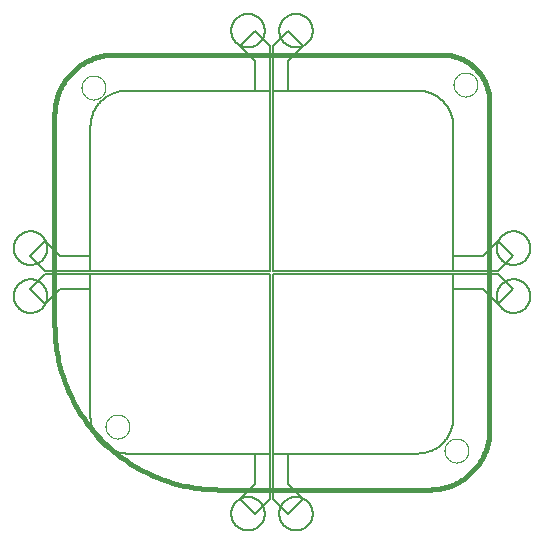
<source format=gbo>
G75*
%MOIN*%
%OFA0B0*%
%FSLAX25Y25*%
%IPPOS*%
%LPD*%
%AMOC8*
5,1,8,0,0,1.08239X$1,22.5*
%
%ADD10C,0.00000*%
%ADD11C,0.01600*%
%ADD12C,0.00500*%
D10*
X0031840Y0035840D02*
X0031842Y0035966D01*
X0031848Y0036092D01*
X0031858Y0036218D01*
X0031872Y0036344D01*
X0031890Y0036469D01*
X0031912Y0036593D01*
X0031937Y0036717D01*
X0031967Y0036840D01*
X0032000Y0036961D01*
X0032038Y0037082D01*
X0032079Y0037201D01*
X0032124Y0037320D01*
X0032172Y0037436D01*
X0032224Y0037551D01*
X0032280Y0037664D01*
X0032340Y0037776D01*
X0032403Y0037885D01*
X0032469Y0037993D01*
X0032538Y0038098D01*
X0032611Y0038201D01*
X0032688Y0038302D01*
X0032767Y0038400D01*
X0032849Y0038496D01*
X0032935Y0038589D01*
X0033023Y0038680D01*
X0033114Y0038767D01*
X0033208Y0038852D01*
X0033304Y0038933D01*
X0033403Y0039012D01*
X0033504Y0039087D01*
X0033608Y0039159D01*
X0033714Y0039228D01*
X0033822Y0039294D01*
X0033932Y0039356D01*
X0034044Y0039414D01*
X0034157Y0039469D01*
X0034273Y0039520D01*
X0034390Y0039568D01*
X0034508Y0039612D01*
X0034628Y0039652D01*
X0034749Y0039688D01*
X0034871Y0039721D01*
X0034994Y0039750D01*
X0035118Y0039774D01*
X0035242Y0039795D01*
X0035367Y0039812D01*
X0035493Y0039825D01*
X0035619Y0039834D01*
X0035745Y0039839D01*
X0035872Y0039840D01*
X0035998Y0039837D01*
X0036124Y0039830D01*
X0036250Y0039819D01*
X0036375Y0039804D01*
X0036500Y0039785D01*
X0036624Y0039762D01*
X0036748Y0039736D01*
X0036870Y0039705D01*
X0036992Y0039671D01*
X0037112Y0039632D01*
X0037231Y0039590D01*
X0037349Y0039545D01*
X0037465Y0039495D01*
X0037580Y0039442D01*
X0037692Y0039385D01*
X0037803Y0039325D01*
X0037912Y0039261D01*
X0038019Y0039194D01*
X0038124Y0039124D01*
X0038227Y0039050D01*
X0038327Y0038973D01*
X0038425Y0038893D01*
X0038520Y0038810D01*
X0038612Y0038724D01*
X0038702Y0038635D01*
X0038789Y0038543D01*
X0038872Y0038449D01*
X0038953Y0038352D01*
X0039031Y0038252D01*
X0039106Y0038150D01*
X0039177Y0038046D01*
X0039245Y0037939D01*
X0039309Y0037831D01*
X0039370Y0037720D01*
X0039428Y0037608D01*
X0039482Y0037494D01*
X0039532Y0037378D01*
X0039579Y0037261D01*
X0039622Y0037142D01*
X0039661Y0037022D01*
X0039697Y0036901D01*
X0039728Y0036778D01*
X0039756Y0036655D01*
X0039780Y0036531D01*
X0039800Y0036406D01*
X0039816Y0036281D01*
X0039828Y0036155D01*
X0039836Y0036029D01*
X0039840Y0035903D01*
X0039840Y0035777D01*
X0039836Y0035651D01*
X0039828Y0035525D01*
X0039816Y0035399D01*
X0039800Y0035274D01*
X0039780Y0035149D01*
X0039756Y0035025D01*
X0039728Y0034902D01*
X0039697Y0034779D01*
X0039661Y0034658D01*
X0039622Y0034538D01*
X0039579Y0034419D01*
X0039532Y0034302D01*
X0039482Y0034186D01*
X0039428Y0034072D01*
X0039370Y0033960D01*
X0039309Y0033849D01*
X0039245Y0033741D01*
X0039177Y0033634D01*
X0039106Y0033530D01*
X0039031Y0033428D01*
X0038953Y0033328D01*
X0038872Y0033231D01*
X0038789Y0033137D01*
X0038702Y0033045D01*
X0038612Y0032956D01*
X0038520Y0032870D01*
X0038425Y0032787D01*
X0038327Y0032707D01*
X0038227Y0032630D01*
X0038124Y0032556D01*
X0038019Y0032486D01*
X0037912Y0032419D01*
X0037803Y0032355D01*
X0037692Y0032295D01*
X0037580Y0032238D01*
X0037465Y0032185D01*
X0037349Y0032135D01*
X0037231Y0032090D01*
X0037112Y0032048D01*
X0036992Y0032009D01*
X0036870Y0031975D01*
X0036748Y0031944D01*
X0036624Y0031918D01*
X0036500Y0031895D01*
X0036375Y0031876D01*
X0036250Y0031861D01*
X0036124Y0031850D01*
X0035998Y0031843D01*
X0035872Y0031840D01*
X0035745Y0031841D01*
X0035619Y0031846D01*
X0035493Y0031855D01*
X0035367Y0031868D01*
X0035242Y0031885D01*
X0035118Y0031906D01*
X0034994Y0031930D01*
X0034871Y0031959D01*
X0034749Y0031992D01*
X0034628Y0032028D01*
X0034508Y0032068D01*
X0034390Y0032112D01*
X0034273Y0032160D01*
X0034157Y0032211D01*
X0034044Y0032266D01*
X0033932Y0032324D01*
X0033822Y0032386D01*
X0033714Y0032452D01*
X0033608Y0032521D01*
X0033504Y0032593D01*
X0033403Y0032668D01*
X0033304Y0032747D01*
X0033208Y0032828D01*
X0033114Y0032913D01*
X0033023Y0033000D01*
X0032935Y0033091D01*
X0032849Y0033184D01*
X0032767Y0033280D01*
X0032688Y0033378D01*
X0032611Y0033479D01*
X0032538Y0033582D01*
X0032469Y0033687D01*
X0032403Y0033795D01*
X0032340Y0033904D01*
X0032280Y0034016D01*
X0032224Y0034129D01*
X0032172Y0034244D01*
X0032124Y0034360D01*
X0032079Y0034479D01*
X0032038Y0034598D01*
X0032000Y0034719D01*
X0031967Y0034840D01*
X0031937Y0034963D01*
X0031912Y0035087D01*
X0031890Y0035211D01*
X0031872Y0035336D01*
X0031858Y0035462D01*
X0031848Y0035588D01*
X0031842Y0035714D01*
X0031840Y0035840D01*
X0023840Y0148840D02*
X0023842Y0148966D01*
X0023848Y0149092D01*
X0023858Y0149218D01*
X0023872Y0149344D01*
X0023890Y0149469D01*
X0023912Y0149593D01*
X0023937Y0149717D01*
X0023967Y0149840D01*
X0024000Y0149961D01*
X0024038Y0150082D01*
X0024079Y0150201D01*
X0024124Y0150320D01*
X0024172Y0150436D01*
X0024224Y0150551D01*
X0024280Y0150664D01*
X0024340Y0150776D01*
X0024403Y0150885D01*
X0024469Y0150993D01*
X0024538Y0151098D01*
X0024611Y0151201D01*
X0024688Y0151302D01*
X0024767Y0151400D01*
X0024849Y0151496D01*
X0024935Y0151589D01*
X0025023Y0151680D01*
X0025114Y0151767D01*
X0025208Y0151852D01*
X0025304Y0151933D01*
X0025403Y0152012D01*
X0025504Y0152087D01*
X0025608Y0152159D01*
X0025714Y0152228D01*
X0025822Y0152294D01*
X0025932Y0152356D01*
X0026044Y0152414D01*
X0026157Y0152469D01*
X0026273Y0152520D01*
X0026390Y0152568D01*
X0026508Y0152612D01*
X0026628Y0152652D01*
X0026749Y0152688D01*
X0026871Y0152721D01*
X0026994Y0152750D01*
X0027118Y0152774D01*
X0027242Y0152795D01*
X0027367Y0152812D01*
X0027493Y0152825D01*
X0027619Y0152834D01*
X0027745Y0152839D01*
X0027872Y0152840D01*
X0027998Y0152837D01*
X0028124Y0152830D01*
X0028250Y0152819D01*
X0028375Y0152804D01*
X0028500Y0152785D01*
X0028624Y0152762D01*
X0028748Y0152736D01*
X0028870Y0152705D01*
X0028992Y0152671D01*
X0029112Y0152632D01*
X0029231Y0152590D01*
X0029349Y0152545D01*
X0029465Y0152495D01*
X0029580Y0152442D01*
X0029692Y0152385D01*
X0029803Y0152325D01*
X0029912Y0152261D01*
X0030019Y0152194D01*
X0030124Y0152124D01*
X0030227Y0152050D01*
X0030327Y0151973D01*
X0030425Y0151893D01*
X0030520Y0151810D01*
X0030612Y0151724D01*
X0030702Y0151635D01*
X0030789Y0151543D01*
X0030872Y0151449D01*
X0030953Y0151352D01*
X0031031Y0151252D01*
X0031106Y0151150D01*
X0031177Y0151046D01*
X0031245Y0150939D01*
X0031309Y0150831D01*
X0031370Y0150720D01*
X0031428Y0150608D01*
X0031482Y0150494D01*
X0031532Y0150378D01*
X0031579Y0150261D01*
X0031622Y0150142D01*
X0031661Y0150022D01*
X0031697Y0149901D01*
X0031728Y0149778D01*
X0031756Y0149655D01*
X0031780Y0149531D01*
X0031800Y0149406D01*
X0031816Y0149281D01*
X0031828Y0149155D01*
X0031836Y0149029D01*
X0031840Y0148903D01*
X0031840Y0148777D01*
X0031836Y0148651D01*
X0031828Y0148525D01*
X0031816Y0148399D01*
X0031800Y0148274D01*
X0031780Y0148149D01*
X0031756Y0148025D01*
X0031728Y0147902D01*
X0031697Y0147779D01*
X0031661Y0147658D01*
X0031622Y0147538D01*
X0031579Y0147419D01*
X0031532Y0147302D01*
X0031482Y0147186D01*
X0031428Y0147072D01*
X0031370Y0146960D01*
X0031309Y0146849D01*
X0031245Y0146741D01*
X0031177Y0146634D01*
X0031106Y0146530D01*
X0031031Y0146428D01*
X0030953Y0146328D01*
X0030872Y0146231D01*
X0030789Y0146137D01*
X0030702Y0146045D01*
X0030612Y0145956D01*
X0030520Y0145870D01*
X0030425Y0145787D01*
X0030327Y0145707D01*
X0030227Y0145630D01*
X0030124Y0145556D01*
X0030019Y0145486D01*
X0029912Y0145419D01*
X0029803Y0145355D01*
X0029692Y0145295D01*
X0029580Y0145238D01*
X0029465Y0145185D01*
X0029349Y0145135D01*
X0029231Y0145090D01*
X0029112Y0145048D01*
X0028992Y0145009D01*
X0028870Y0144975D01*
X0028748Y0144944D01*
X0028624Y0144918D01*
X0028500Y0144895D01*
X0028375Y0144876D01*
X0028250Y0144861D01*
X0028124Y0144850D01*
X0027998Y0144843D01*
X0027872Y0144840D01*
X0027745Y0144841D01*
X0027619Y0144846D01*
X0027493Y0144855D01*
X0027367Y0144868D01*
X0027242Y0144885D01*
X0027118Y0144906D01*
X0026994Y0144930D01*
X0026871Y0144959D01*
X0026749Y0144992D01*
X0026628Y0145028D01*
X0026508Y0145068D01*
X0026390Y0145112D01*
X0026273Y0145160D01*
X0026157Y0145211D01*
X0026044Y0145266D01*
X0025932Y0145324D01*
X0025822Y0145386D01*
X0025714Y0145452D01*
X0025608Y0145521D01*
X0025504Y0145593D01*
X0025403Y0145668D01*
X0025304Y0145747D01*
X0025208Y0145828D01*
X0025114Y0145913D01*
X0025023Y0146000D01*
X0024935Y0146091D01*
X0024849Y0146184D01*
X0024767Y0146280D01*
X0024688Y0146378D01*
X0024611Y0146479D01*
X0024538Y0146582D01*
X0024469Y0146687D01*
X0024403Y0146795D01*
X0024340Y0146904D01*
X0024280Y0147016D01*
X0024224Y0147129D01*
X0024172Y0147244D01*
X0024124Y0147360D01*
X0024079Y0147479D01*
X0024038Y0147598D01*
X0024000Y0147719D01*
X0023967Y0147840D01*
X0023937Y0147963D01*
X0023912Y0148087D01*
X0023890Y0148211D01*
X0023872Y0148336D01*
X0023858Y0148462D01*
X0023848Y0148588D01*
X0023842Y0148714D01*
X0023840Y0148840D01*
X0144840Y0027840D02*
X0144842Y0027966D01*
X0144848Y0028092D01*
X0144858Y0028218D01*
X0144872Y0028344D01*
X0144890Y0028469D01*
X0144912Y0028593D01*
X0144937Y0028717D01*
X0144967Y0028840D01*
X0145000Y0028961D01*
X0145038Y0029082D01*
X0145079Y0029201D01*
X0145124Y0029320D01*
X0145172Y0029436D01*
X0145224Y0029551D01*
X0145280Y0029664D01*
X0145340Y0029776D01*
X0145403Y0029885D01*
X0145469Y0029993D01*
X0145538Y0030098D01*
X0145611Y0030201D01*
X0145688Y0030302D01*
X0145767Y0030400D01*
X0145849Y0030496D01*
X0145935Y0030589D01*
X0146023Y0030680D01*
X0146114Y0030767D01*
X0146208Y0030852D01*
X0146304Y0030933D01*
X0146403Y0031012D01*
X0146504Y0031087D01*
X0146608Y0031159D01*
X0146714Y0031228D01*
X0146822Y0031294D01*
X0146932Y0031356D01*
X0147044Y0031414D01*
X0147157Y0031469D01*
X0147273Y0031520D01*
X0147390Y0031568D01*
X0147508Y0031612D01*
X0147628Y0031652D01*
X0147749Y0031688D01*
X0147871Y0031721D01*
X0147994Y0031750D01*
X0148118Y0031774D01*
X0148242Y0031795D01*
X0148367Y0031812D01*
X0148493Y0031825D01*
X0148619Y0031834D01*
X0148745Y0031839D01*
X0148872Y0031840D01*
X0148998Y0031837D01*
X0149124Y0031830D01*
X0149250Y0031819D01*
X0149375Y0031804D01*
X0149500Y0031785D01*
X0149624Y0031762D01*
X0149748Y0031736D01*
X0149870Y0031705D01*
X0149992Y0031671D01*
X0150112Y0031632D01*
X0150231Y0031590D01*
X0150349Y0031545D01*
X0150465Y0031495D01*
X0150580Y0031442D01*
X0150692Y0031385D01*
X0150803Y0031325D01*
X0150912Y0031261D01*
X0151019Y0031194D01*
X0151124Y0031124D01*
X0151227Y0031050D01*
X0151327Y0030973D01*
X0151425Y0030893D01*
X0151520Y0030810D01*
X0151612Y0030724D01*
X0151702Y0030635D01*
X0151789Y0030543D01*
X0151872Y0030449D01*
X0151953Y0030352D01*
X0152031Y0030252D01*
X0152106Y0030150D01*
X0152177Y0030046D01*
X0152245Y0029939D01*
X0152309Y0029831D01*
X0152370Y0029720D01*
X0152428Y0029608D01*
X0152482Y0029494D01*
X0152532Y0029378D01*
X0152579Y0029261D01*
X0152622Y0029142D01*
X0152661Y0029022D01*
X0152697Y0028901D01*
X0152728Y0028778D01*
X0152756Y0028655D01*
X0152780Y0028531D01*
X0152800Y0028406D01*
X0152816Y0028281D01*
X0152828Y0028155D01*
X0152836Y0028029D01*
X0152840Y0027903D01*
X0152840Y0027777D01*
X0152836Y0027651D01*
X0152828Y0027525D01*
X0152816Y0027399D01*
X0152800Y0027274D01*
X0152780Y0027149D01*
X0152756Y0027025D01*
X0152728Y0026902D01*
X0152697Y0026779D01*
X0152661Y0026658D01*
X0152622Y0026538D01*
X0152579Y0026419D01*
X0152532Y0026302D01*
X0152482Y0026186D01*
X0152428Y0026072D01*
X0152370Y0025960D01*
X0152309Y0025849D01*
X0152245Y0025741D01*
X0152177Y0025634D01*
X0152106Y0025530D01*
X0152031Y0025428D01*
X0151953Y0025328D01*
X0151872Y0025231D01*
X0151789Y0025137D01*
X0151702Y0025045D01*
X0151612Y0024956D01*
X0151520Y0024870D01*
X0151425Y0024787D01*
X0151327Y0024707D01*
X0151227Y0024630D01*
X0151124Y0024556D01*
X0151019Y0024486D01*
X0150912Y0024419D01*
X0150803Y0024355D01*
X0150692Y0024295D01*
X0150580Y0024238D01*
X0150465Y0024185D01*
X0150349Y0024135D01*
X0150231Y0024090D01*
X0150112Y0024048D01*
X0149992Y0024009D01*
X0149870Y0023975D01*
X0149748Y0023944D01*
X0149624Y0023918D01*
X0149500Y0023895D01*
X0149375Y0023876D01*
X0149250Y0023861D01*
X0149124Y0023850D01*
X0148998Y0023843D01*
X0148872Y0023840D01*
X0148745Y0023841D01*
X0148619Y0023846D01*
X0148493Y0023855D01*
X0148367Y0023868D01*
X0148242Y0023885D01*
X0148118Y0023906D01*
X0147994Y0023930D01*
X0147871Y0023959D01*
X0147749Y0023992D01*
X0147628Y0024028D01*
X0147508Y0024068D01*
X0147390Y0024112D01*
X0147273Y0024160D01*
X0147157Y0024211D01*
X0147044Y0024266D01*
X0146932Y0024324D01*
X0146822Y0024386D01*
X0146714Y0024452D01*
X0146608Y0024521D01*
X0146504Y0024593D01*
X0146403Y0024668D01*
X0146304Y0024747D01*
X0146208Y0024828D01*
X0146114Y0024913D01*
X0146023Y0025000D01*
X0145935Y0025091D01*
X0145849Y0025184D01*
X0145767Y0025280D01*
X0145688Y0025378D01*
X0145611Y0025479D01*
X0145538Y0025582D01*
X0145469Y0025687D01*
X0145403Y0025795D01*
X0145340Y0025904D01*
X0145280Y0026016D01*
X0145224Y0026129D01*
X0145172Y0026244D01*
X0145124Y0026360D01*
X0145079Y0026479D01*
X0145038Y0026598D01*
X0145000Y0026719D01*
X0144967Y0026840D01*
X0144937Y0026963D01*
X0144912Y0027087D01*
X0144890Y0027211D01*
X0144872Y0027336D01*
X0144858Y0027462D01*
X0144848Y0027588D01*
X0144842Y0027714D01*
X0144840Y0027840D01*
X0147840Y0149840D02*
X0147842Y0149966D01*
X0147848Y0150092D01*
X0147858Y0150218D01*
X0147872Y0150344D01*
X0147890Y0150469D01*
X0147912Y0150593D01*
X0147937Y0150717D01*
X0147967Y0150840D01*
X0148000Y0150961D01*
X0148038Y0151082D01*
X0148079Y0151201D01*
X0148124Y0151320D01*
X0148172Y0151436D01*
X0148224Y0151551D01*
X0148280Y0151664D01*
X0148340Y0151776D01*
X0148403Y0151885D01*
X0148469Y0151993D01*
X0148538Y0152098D01*
X0148611Y0152201D01*
X0148688Y0152302D01*
X0148767Y0152400D01*
X0148849Y0152496D01*
X0148935Y0152589D01*
X0149023Y0152680D01*
X0149114Y0152767D01*
X0149208Y0152852D01*
X0149304Y0152933D01*
X0149403Y0153012D01*
X0149504Y0153087D01*
X0149608Y0153159D01*
X0149714Y0153228D01*
X0149822Y0153294D01*
X0149932Y0153356D01*
X0150044Y0153414D01*
X0150157Y0153469D01*
X0150273Y0153520D01*
X0150390Y0153568D01*
X0150508Y0153612D01*
X0150628Y0153652D01*
X0150749Y0153688D01*
X0150871Y0153721D01*
X0150994Y0153750D01*
X0151118Y0153774D01*
X0151242Y0153795D01*
X0151367Y0153812D01*
X0151493Y0153825D01*
X0151619Y0153834D01*
X0151745Y0153839D01*
X0151872Y0153840D01*
X0151998Y0153837D01*
X0152124Y0153830D01*
X0152250Y0153819D01*
X0152375Y0153804D01*
X0152500Y0153785D01*
X0152624Y0153762D01*
X0152748Y0153736D01*
X0152870Y0153705D01*
X0152992Y0153671D01*
X0153112Y0153632D01*
X0153231Y0153590D01*
X0153349Y0153545D01*
X0153465Y0153495D01*
X0153580Y0153442D01*
X0153692Y0153385D01*
X0153803Y0153325D01*
X0153912Y0153261D01*
X0154019Y0153194D01*
X0154124Y0153124D01*
X0154227Y0153050D01*
X0154327Y0152973D01*
X0154425Y0152893D01*
X0154520Y0152810D01*
X0154612Y0152724D01*
X0154702Y0152635D01*
X0154789Y0152543D01*
X0154872Y0152449D01*
X0154953Y0152352D01*
X0155031Y0152252D01*
X0155106Y0152150D01*
X0155177Y0152046D01*
X0155245Y0151939D01*
X0155309Y0151831D01*
X0155370Y0151720D01*
X0155428Y0151608D01*
X0155482Y0151494D01*
X0155532Y0151378D01*
X0155579Y0151261D01*
X0155622Y0151142D01*
X0155661Y0151022D01*
X0155697Y0150901D01*
X0155728Y0150778D01*
X0155756Y0150655D01*
X0155780Y0150531D01*
X0155800Y0150406D01*
X0155816Y0150281D01*
X0155828Y0150155D01*
X0155836Y0150029D01*
X0155840Y0149903D01*
X0155840Y0149777D01*
X0155836Y0149651D01*
X0155828Y0149525D01*
X0155816Y0149399D01*
X0155800Y0149274D01*
X0155780Y0149149D01*
X0155756Y0149025D01*
X0155728Y0148902D01*
X0155697Y0148779D01*
X0155661Y0148658D01*
X0155622Y0148538D01*
X0155579Y0148419D01*
X0155532Y0148302D01*
X0155482Y0148186D01*
X0155428Y0148072D01*
X0155370Y0147960D01*
X0155309Y0147849D01*
X0155245Y0147741D01*
X0155177Y0147634D01*
X0155106Y0147530D01*
X0155031Y0147428D01*
X0154953Y0147328D01*
X0154872Y0147231D01*
X0154789Y0147137D01*
X0154702Y0147045D01*
X0154612Y0146956D01*
X0154520Y0146870D01*
X0154425Y0146787D01*
X0154327Y0146707D01*
X0154227Y0146630D01*
X0154124Y0146556D01*
X0154019Y0146486D01*
X0153912Y0146419D01*
X0153803Y0146355D01*
X0153692Y0146295D01*
X0153580Y0146238D01*
X0153465Y0146185D01*
X0153349Y0146135D01*
X0153231Y0146090D01*
X0153112Y0146048D01*
X0152992Y0146009D01*
X0152870Y0145975D01*
X0152748Y0145944D01*
X0152624Y0145918D01*
X0152500Y0145895D01*
X0152375Y0145876D01*
X0152250Y0145861D01*
X0152124Y0145850D01*
X0151998Y0145843D01*
X0151872Y0145840D01*
X0151745Y0145841D01*
X0151619Y0145846D01*
X0151493Y0145855D01*
X0151367Y0145868D01*
X0151242Y0145885D01*
X0151118Y0145906D01*
X0150994Y0145930D01*
X0150871Y0145959D01*
X0150749Y0145992D01*
X0150628Y0146028D01*
X0150508Y0146068D01*
X0150390Y0146112D01*
X0150273Y0146160D01*
X0150157Y0146211D01*
X0150044Y0146266D01*
X0149932Y0146324D01*
X0149822Y0146386D01*
X0149714Y0146452D01*
X0149608Y0146521D01*
X0149504Y0146593D01*
X0149403Y0146668D01*
X0149304Y0146747D01*
X0149208Y0146828D01*
X0149114Y0146913D01*
X0149023Y0147000D01*
X0148935Y0147091D01*
X0148849Y0147184D01*
X0148767Y0147280D01*
X0148688Y0147378D01*
X0148611Y0147479D01*
X0148538Y0147582D01*
X0148469Y0147687D01*
X0148403Y0147795D01*
X0148340Y0147904D01*
X0148280Y0148016D01*
X0148224Y0148129D01*
X0148172Y0148244D01*
X0148124Y0148360D01*
X0148079Y0148479D01*
X0148038Y0148598D01*
X0148000Y0148719D01*
X0147967Y0148840D01*
X0147937Y0148963D01*
X0147912Y0149087D01*
X0147890Y0149211D01*
X0147872Y0149336D01*
X0147858Y0149462D01*
X0147848Y0149588D01*
X0147842Y0149714D01*
X0147840Y0149840D01*
D11*
X0143840Y0159840D02*
X0144227Y0159835D01*
X0144613Y0159821D01*
X0144999Y0159798D01*
X0145384Y0159765D01*
X0145769Y0159723D01*
X0146152Y0159672D01*
X0146534Y0159612D01*
X0146914Y0159542D01*
X0147293Y0159463D01*
X0147669Y0159375D01*
X0148043Y0159278D01*
X0148415Y0159172D01*
X0148784Y0159057D01*
X0149151Y0158933D01*
X0149514Y0158800D01*
X0149874Y0158659D01*
X0150230Y0158509D01*
X0150582Y0158350D01*
X0150931Y0158183D01*
X0151276Y0158007D01*
X0151616Y0157823D01*
X0151951Y0157632D01*
X0152282Y0157431D01*
X0152608Y0157224D01*
X0152929Y0157008D01*
X0153245Y0156784D01*
X0153555Y0156553D01*
X0153859Y0156315D01*
X0154157Y0156069D01*
X0154450Y0155816D01*
X0154736Y0155556D01*
X0155016Y0155290D01*
X0155290Y0155016D01*
X0155556Y0154736D01*
X0155816Y0154450D01*
X0156069Y0154157D01*
X0156315Y0153859D01*
X0156553Y0153555D01*
X0156784Y0153245D01*
X0157008Y0152929D01*
X0157224Y0152608D01*
X0157431Y0152282D01*
X0157632Y0151951D01*
X0157823Y0151616D01*
X0158007Y0151276D01*
X0158183Y0150931D01*
X0158350Y0150582D01*
X0158509Y0150230D01*
X0158659Y0149874D01*
X0158800Y0149514D01*
X0158933Y0149151D01*
X0159057Y0148784D01*
X0159172Y0148415D01*
X0159278Y0148043D01*
X0159375Y0147669D01*
X0159463Y0147293D01*
X0159542Y0146914D01*
X0159612Y0146534D01*
X0159672Y0146152D01*
X0159723Y0145769D01*
X0159765Y0145384D01*
X0159798Y0144999D01*
X0159821Y0144613D01*
X0159835Y0144227D01*
X0159840Y0143840D01*
X0159840Y0034840D01*
X0159834Y0034357D01*
X0159817Y0033874D01*
X0159787Y0033391D01*
X0159747Y0032910D01*
X0159694Y0032429D01*
X0159630Y0031950D01*
X0159555Y0031473D01*
X0159467Y0030997D01*
X0159369Y0030524D01*
X0159259Y0030054D01*
X0159138Y0029586D01*
X0159005Y0029121D01*
X0158861Y0028660D01*
X0158706Y0028202D01*
X0158540Y0027748D01*
X0158363Y0027298D01*
X0158176Y0026853D01*
X0157977Y0026412D01*
X0157769Y0025976D01*
X0157549Y0025546D01*
X0157319Y0025120D01*
X0157079Y0024701D01*
X0156829Y0024287D01*
X0156569Y0023880D01*
X0156300Y0023479D01*
X0156020Y0023084D01*
X0155732Y0022697D01*
X0155433Y0022316D01*
X0155126Y0021943D01*
X0154810Y0021578D01*
X0154485Y0021220D01*
X0154152Y0020870D01*
X0153810Y0020528D01*
X0153460Y0020195D01*
X0153102Y0019870D01*
X0152737Y0019554D01*
X0152364Y0019247D01*
X0151983Y0018948D01*
X0151596Y0018660D01*
X0151201Y0018380D01*
X0150800Y0018111D01*
X0150393Y0017851D01*
X0149979Y0017601D01*
X0149560Y0017361D01*
X0149134Y0017131D01*
X0148704Y0016911D01*
X0148268Y0016703D01*
X0147827Y0016504D01*
X0147382Y0016317D01*
X0146932Y0016140D01*
X0146478Y0015974D01*
X0146020Y0015819D01*
X0145559Y0015675D01*
X0145094Y0015542D01*
X0144626Y0015421D01*
X0144156Y0015311D01*
X0143683Y0015213D01*
X0143207Y0015125D01*
X0142730Y0015050D01*
X0142251Y0014986D01*
X0141770Y0014933D01*
X0141289Y0014893D01*
X0140806Y0014863D01*
X0140323Y0014846D01*
X0139840Y0014840D01*
X0069658Y0014840D01*
X0068333Y0014856D01*
X0067010Y0014904D01*
X0065687Y0014984D01*
X0064367Y0015096D01*
X0063050Y0015240D01*
X0061737Y0015415D01*
X0060429Y0015622D01*
X0059126Y0015861D01*
X0057829Y0016131D01*
X0056539Y0016433D01*
X0055257Y0016765D01*
X0053983Y0017129D01*
X0052718Y0017523D01*
X0051463Y0017948D01*
X0050219Y0018402D01*
X0048986Y0018887D01*
X0047766Y0019401D01*
X0046558Y0019945D01*
X0045363Y0020518D01*
X0044183Y0021119D01*
X0043017Y0021749D01*
X0041867Y0022407D01*
X0040734Y0023092D01*
X0039617Y0023804D01*
X0038518Y0024544D01*
X0037437Y0025309D01*
X0036375Y0026101D01*
X0035332Y0026918D01*
X0034309Y0027760D01*
X0033307Y0028626D01*
X0032326Y0029516D01*
X0031367Y0030430D01*
X0030430Y0031367D01*
X0029516Y0032326D01*
X0028626Y0033307D01*
X0027760Y0034309D01*
X0026918Y0035332D01*
X0026101Y0036375D01*
X0025309Y0037437D01*
X0024544Y0038518D01*
X0023804Y0039617D01*
X0023092Y0040734D01*
X0022407Y0041867D01*
X0021749Y0043017D01*
X0021119Y0044183D01*
X0020518Y0045363D01*
X0019945Y0046558D01*
X0019401Y0047766D01*
X0018887Y0048986D01*
X0018402Y0050219D01*
X0017948Y0051463D01*
X0017523Y0052718D01*
X0017129Y0053983D01*
X0016765Y0055257D01*
X0016433Y0056539D01*
X0016131Y0057829D01*
X0015861Y0059126D01*
X0015622Y0060429D01*
X0015415Y0061737D01*
X0015240Y0063050D01*
X0015096Y0064367D01*
X0014984Y0065687D01*
X0014904Y0067010D01*
X0014856Y0068333D01*
X0014840Y0069658D01*
X0014840Y0139840D01*
X0014846Y0140323D01*
X0014863Y0140806D01*
X0014893Y0141289D01*
X0014933Y0141770D01*
X0014986Y0142251D01*
X0015050Y0142730D01*
X0015125Y0143207D01*
X0015213Y0143683D01*
X0015311Y0144156D01*
X0015421Y0144626D01*
X0015542Y0145094D01*
X0015675Y0145559D01*
X0015819Y0146020D01*
X0015974Y0146478D01*
X0016140Y0146932D01*
X0016317Y0147382D01*
X0016504Y0147827D01*
X0016703Y0148268D01*
X0016911Y0148704D01*
X0017131Y0149134D01*
X0017361Y0149560D01*
X0017601Y0149979D01*
X0017851Y0150393D01*
X0018111Y0150800D01*
X0018380Y0151201D01*
X0018660Y0151596D01*
X0018948Y0151983D01*
X0019247Y0152364D01*
X0019554Y0152737D01*
X0019870Y0153102D01*
X0020195Y0153460D01*
X0020528Y0153810D01*
X0020870Y0154152D01*
X0021220Y0154485D01*
X0021578Y0154810D01*
X0021943Y0155126D01*
X0022316Y0155433D01*
X0022697Y0155732D01*
X0023084Y0156020D01*
X0023479Y0156300D01*
X0023880Y0156569D01*
X0024287Y0156829D01*
X0024701Y0157079D01*
X0025120Y0157319D01*
X0025546Y0157549D01*
X0025976Y0157769D01*
X0026412Y0157977D01*
X0026853Y0158176D01*
X0027298Y0158363D01*
X0027748Y0158540D01*
X0028202Y0158706D01*
X0028660Y0158861D01*
X0029121Y0159005D01*
X0029586Y0159138D01*
X0030054Y0159259D01*
X0030524Y0159369D01*
X0030997Y0159467D01*
X0031473Y0159555D01*
X0031950Y0159630D01*
X0032429Y0159694D01*
X0032910Y0159747D01*
X0033391Y0159787D01*
X0033874Y0159817D01*
X0034357Y0159834D01*
X0034840Y0159840D01*
X0143840Y0159840D01*
D12*
X0135769Y0147840D02*
X0092840Y0147840D01*
X0092840Y0157840D01*
X0097840Y0162840D01*
X0092840Y0167840D01*
X0087840Y0162840D01*
X0087840Y0147840D01*
X0087840Y0087840D01*
X0147840Y0087840D01*
X0162840Y0087840D01*
X0167840Y0092840D01*
X0162840Y0097840D01*
X0157840Y0092840D01*
X0147840Y0092840D01*
X0147840Y0135769D01*
X0147836Y0136061D01*
X0147826Y0136352D01*
X0147808Y0136643D01*
X0147784Y0136934D01*
X0147752Y0137224D01*
X0147713Y0137513D01*
X0147668Y0137801D01*
X0147615Y0138088D01*
X0147556Y0138374D01*
X0147489Y0138658D01*
X0147416Y0138940D01*
X0147336Y0139221D01*
X0147249Y0139499D01*
X0147156Y0139775D01*
X0147056Y0140049D01*
X0146949Y0140321D01*
X0146836Y0140590D01*
X0146716Y0140856D01*
X0146590Y0141119D01*
X0146457Y0141379D01*
X0146319Y0141635D01*
X0146174Y0141889D01*
X0146023Y0142138D01*
X0145866Y0142384D01*
X0145703Y0142626D01*
X0145535Y0142864D01*
X0145360Y0143098D01*
X0145180Y0143328D01*
X0144995Y0143553D01*
X0144804Y0143774D01*
X0144608Y0143990D01*
X0144407Y0144201D01*
X0144201Y0144407D01*
X0143990Y0144608D01*
X0143774Y0144804D01*
X0143553Y0144995D01*
X0143328Y0145180D01*
X0143098Y0145360D01*
X0142864Y0145535D01*
X0142626Y0145703D01*
X0142384Y0145866D01*
X0142138Y0146023D01*
X0141889Y0146174D01*
X0141635Y0146319D01*
X0141379Y0146457D01*
X0141119Y0146590D01*
X0140856Y0146716D01*
X0140590Y0146836D01*
X0140321Y0146949D01*
X0140049Y0147056D01*
X0139775Y0147156D01*
X0139499Y0147249D01*
X0139221Y0147336D01*
X0138940Y0147416D01*
X0138658Y0147489D01*
X0138374Y0147556D01*
X0138088Y0147615D01*
X0137801Y0147668D01*
X0137513Y0147713D01*
X0137224Y0147752D01*
X0136934Y0147784D01*
X0136643Y0147808D01*
X0136352Y0147826D01*
X0136061Y0147836D01*
X0135769Y0147840D01*
X0089750Y0167840D02*
X0089752Y0167989D01*
X0089758Y0168139D01*
X0089768Y0168288D01*
X0089782Y0168437D01*
X0089800Y0168585D01*
X0089822Y0168733D01*
X0089848Y0168880D01*
X0089877Y0169027D01*
X0089911Y0169172D01*
X0089949Y0169317D01*
X0089990Y0169460D01*
X0090035Y0169603D01*
X0090084Y0169744D01*
X0090137Y0169884D01*
X0090194Y0170022D01*
X0090254Y0170159D01*
X0090318Y0170294D01*
X0090385Y0170428D01*
X0090456Y0170559D01*
X0090530Y0170689D01*
X0090608Y0170816D01*
X0090689Y0170942D01*
X0090774Y0171065D01*
X0090862Y0171186D01*
X0090953Y0171304D01*
X0091047Y0171420D01*
X0091144Y0171534D01*
X0091245Y0171645D01*
X0091348Y0171753D01*
X0091454Y0171858D01*
X0091563Y0171961D01*
X0091674Y0172060D01*
X0091788Y0172157D01*
X0091905Y0172250D01*
X0092024Y0172340D01*
X0092146Y0172427D01*
X0092269Y0172511D01*
X0092395Y0172592D01*
X0092523Y0172669D01*
X0092654Y0172742D01*
X0092786Y0172812D01*
X0092919Y0172879D01*
X0093055Y0172942D01*
X0093192Y0173001D01*
X0093331Y0173056D01*
X0093471Y0173108D01*
X0093613Y0173156D01*
X0093755Y0173201D01*
X0093899Y0173241D01*
X0094044Y0173278D01*
X0094190Y0173310D01*
X0094337Y0173339D01*
X0094484Y0173364D01*
X0094632Y0173385D01*
X0094780Y0173402D01*
X0094929Y0173415D01*
X0095079Y0173424D01*
X0095228Y0173429D01*
X0095377Y0173430D01*
X0095527Y0173427D01*
X0095676Y0173420D01*
X0095825Y0173409D01*
X0095974Y0173394D01*
X0096122Y0173375D01*
X0096270Y0173352D01*
X0096417Y0173325D01*
X0096563Y0173295D01*
X0096708Y0173260D01*
X0096853Y0173221D01*
X0096996Y0173179D01*
X0097138Y0173133D01*
X0097279Y0173083D01*
X0097419Y0173029D01*
X0097557Y0172972D01*
X0097693Y0172911D01*
X0097828Y0172846D01*
X0097961Y0172778D01*
X0098092Y0172706D01*
X0098221Y0172630D01*
X0098348Y0172552D01*
X0098473Y0172470D01*
X0098595Y0172384D01*
X0098716Y0172296D01*
X0098834Y0172204D01*
X0098949Y0172109D01*
X0099062Y0172011D01*
X0099172Y0171910D01*
X0099279Y0171806D01*
X0099384Y0171699D01*
X0099486Y0171590D01*
X0099585Y0171478D01*
X0099680Y0171363D01*
X0099773Y0171245D01*
X0099862Y0171126D01*
X0099949Y0171004D01*
X0100032Y0170879D01*
X0100111Y0170753D01*
X0100187Y0170624D01*
X0100260Y0170494D01*
X0100329Y0170361D01*
X0100395Y0170227D01*
X0100457Y0170091D01*
X0100515Y0169953D01*
X0100570Y0169814D01*
X0100621Y0169674D01*
X0100668Y0169532D01*
X0100711Y0169389D01*
X0100751Y0169245D01*
X0100786Y0169099D01*
X0100818Y0168953D01*
X0100846Y0168807D01*
X0100870Y0168659D01*
X0100890Y0168511D01*
X0100906Y0168362D01*
X0100918Y0168213D01*
X0100926Y0168064D01*
X0100930Y0167915D01*
X0100930Y0167765D01*
X0100926Y0167616D01*
X0100918Y0167467D01*
X0100906Y0167318D01*
X0100890Y0167169D01*
X0100870Y0167021D01*
X0100846Y0166873D01*
X0100818Y0166727D01*
X0100786Y0166581D01*
X0100751Y0166435D01*
X0100711Y0166291D01*
X0100668Y0166148D01*
X0100621Y0166006D01*
X0100570Y0165866D01*
X0100515Y0165727D01*
X0100457Y0165589D01*
X0100395Y0165453D01*
X0100329Y0165319D01*
X0100260Y0165186D01*
X0100187Y0165056D01*
X0100111Y0164927D01*
X0100032Y0164801D01*
X0099949Y0164676D01*
X0099862Y0164554D01*
X0099773Y0164435D01*
X0099680Y0164317D01*
X0099585Y0164202D01*
X0099486Y0164090D01*
X0099384Y0163981D01*
X0099279Y0163874D01*
X0099172Y0163770D01*
X0099062Y0163669D01*
X0098949Y0163571D01*
X0098834Y0163476D01*
X0098716Y0163384D01*
X0098595Y0163296D01*
X0098473Y0163210D01*
X0098348Y0163128D01*
X0098221Y0163050D01*
X0098092Y0162974D01*
X0097961Y0162902D01*
X0097828Y0162834D01*
X0097693Y0162769D01*
X0097557Y0162708D01*
X0097419Y0162651D01*
X0097279Y0162597D01*
X0097138Y0162547D01*
X0096996Y0162501D01*
X0096853Y0162459D01*
X0096708Y0162420D01*
X0096563Y0162385D01*
X0096417Y0162355D01*
X0096270Y0162328D01*
X0096122Y0162305D01*
X0095974Y0162286D01*
X0095825Y0162271D01*
X0095676Y0162260D01*
X0095527Y0162253D01*
X0095377Y0162250D01*
X0095228Y0162251D01*
X0095079Y0162256D01*
X0094929Y0162265D01*
X0094780Y0162278D01*
X0094632Y0162295D01*
X0094484Y0162316D01*
X0094337Y0162341D01*
X0094190Y0162370D01*
X0094044Y0162402D01*
X0093899Y0162439D01*
X0093755Y0162479D01*
X0093613Y0162524D01*
X0093471Y0162572D01*
X0093331Y0162624D01*
X0093192Y0162679D01*
X0093055Y0162738D01*
X0092919Y0162801D01*
X0092786Y0162868D01*
X0092654Y0162938D01*
X0092523Y0163011D01*
X0092395Y0163088D01*
X0092269Y0163169D01*
X0092146Y0163253D01*
X0092024Y0163340D01*
X0091905Y0163430D01*
X0091788Y0163523D01*
X0091674Y0163620D01*
X0091563Y0163719D01*
X0091454Y0163822D01*
X0091348Y0163927D01*
X0091245Y0164035D01*
X0091144Y0164146D01*
X0091047Y0164260D01*
X0090953Y0164376D01*
X0090862Y0164494D01*
X0090774Y0164615D01*
X0090689Y0164738D01*
X0090608Y0164864D01*
X0090530Y0164991D01*
X0090456Y0165121D01*
X0090385Y0165252D01*
X0090318Y0165386D01*
X0090254Y0165521D01*
X0090194Y0165658D01*
X0090137Y0165796D01*
X0090084Y0165936D01*
X0090035Y0166077D01*
X0089990Y0166220D01*
X0089949Y0166363D01*
X0089911Y0166508D01*
X0089877Y0166653D01*
X0089848Y0166800D01*
X0089822Y0166947D01*
X0089800Y0167095D01*
X0089782Y0167243D01*
X0089768Y0167392D01*
X0089758Y0167541D01*
X0089752Y0167691D01*
X0089750Y0167840D01*
X0086840Y0162840D02*
X0081840Y0167840D01*
X0076840Y0162840D01*
X0081840Y0157840D01*
X0081840Y0147840D01*
X0038911Y0147840D01*
X0038619Y0147836D01*
X0038328Y0147826D01*
X0038037Y0147808D01*
X0037746Y0147784D01*
X0037456Y0147752D01*
X0037167Y0147713D01*
X0036879Y0147668D01*
X0036592Y0147615D01*
X0036306Y0147556D01*
X0036022Y0147489D01*
X0035740Y0147416D01*
X0035459Y0147336D01*
X0035181Y0147249D01*
X0034905Y0147156D01*
X0034631Y0147056D01*
X0034359Y0146949D01*
X0034090Y0146836D01*
X0033824Y0146716D01*
X0033561Y0146590D01*
X0033301Y0146457D01*
X0033045Y0146319D01*
X0032791Y0146174D01*
X0032542Y0146023D01*
X0032296Y0145866D01*
X0032054Y0145703D01*
X0031816Y0145535D01*
X0031582Y0145360D01*
X0031352Y0145180D01*
X0031127Y0144995D01*
X0030906Y0144804D01*
X0030690Y0144608D01*
X0030479Y0144407D01*
X0030273Y0144201D01*
X0030072Y0143990D01*
X0029876Y0143774D01*
X0029685Y0143553D01*
X0029500Y0143328D01*
X0029320Y0143098D01*
X0029145Y0142864D01*
X0028977Y0142626D01*
X0028814Y0142384D01*
X0028657Y0142138D01*
X0028506Y0141889D01*
X0028361Y0141635D01*
X0028223Y0141379D01*
X0028090Y0141119D01*
X0027964Y0140856D01*
X0027844Y0140590D01*
X0027731Y0140321D01*
X0027624Y0140049D01*
X0027524Y0139775D01*
X0027431Y0139499D01*
X0027344Y0139221D01*
X0027264Y0138940D01*
X0027191Y0138658D01*
X0027124Y0138374D01*
X0027065Y0138088D01*
X0027012Y0137801D01*
X0026967Y0137513D01*
X0026928Y0137224D01*
X0026896Y0136934D01*
X0026872Y0136643D01*
X0026854Y0136352D01*
X0026844Y0136061D01*
X0026840Y0135769D01*
X0026840Y0092840D01*
X0016840Y0092840D01*
X0011840Y0097840D01*
X0006840Y0092840D01*
X0011840Y0087840D01*
X0026840Y0087840D01*
X0086840Y0087840D01*
X0086840Y0147840D01*
X0086840Y0162840D01*
X0073750Y0167840D02*
X0073752Y0167989D01*
X0073758Y0168139D01*
X0073768Y0168288D01*
X0073782Y0168437D01*
X0073800Y0168585D01*
X0073822Y0168733D01*
X0073848Y0168880D01*
X0073877Y0169027D01*
X0073911Y0169172D01*
X0073949Y0169317D01*
X0073990Y0169460D01*
X0074035Y0169603D01*
X0074084Y0169744D01*
X0074137Y0169884D01*
X0074194Y0170022D01*
X0074254Y0170159D01*
X0074318Y0170294D01*
X0074385Y0170428D01*
X0074456Y0170559D01*
X0074530Y0170689D01*
X0074608Y0170816D01*
X0074689Y0170942D01*
X0074774Y0171065D01*
X0074862Y0171186D01*
X0074953Y0171304D01*
X0075047Y0171420D01*
X0075144Y0171534D01*
X0075245Y0171645D01*
X0075348Y0171753D01*
X0075454Y0171858D01*
X0075563Y0171961D01*
X0075674Y0172060D01*
X0075788Y0172157D01*
X0075905Y0172250D01*
X0076024Y0172340D01*
X0076146Y0172427D01*
X0076269Y0172511D01*
X0076395Y0172592D01*
X0076523Y0172669D01*
X0076654Y0172742D01*
X0076786Y0172812D01*
X0076919Y0172879D01*
X0077055Y0172942D01*
X0077192Y0173001D01*
X0077331Y0173056D01*
X0077471Y0173108D01*
X0077613Y0173156D01*
X0077755Y0173201D01*
X0077899Y0173241D01*
X0078044Y0173278D01*
X0078190Y0173310D01*
X0078337Y0173339D01*
X0078484Y0173364D01*
X0078632Y0173385D01*
X0078780Y0173402D01*
X0078929Y0173415D01*
X0079079Y0173424D01*
X0079228Y0173429D01*
X0079377Y0173430D01*
X0079527Y0173427D01*
X0079676Y0173420D01*
X0079825Y0173409D01*
X0079974Y0173394D01*
X0080122Y0173375D01*
X0080270Y0173352D01*
X0080417Y0173325D01*
X0080563Y0173295D01*
X0080708Y0173260D01*
X0080853Y0173221D01*
X0080996Y0173179D01*
X0081138Y0173133D01*
X0081279Y0173083D01*
X0081419Y0173029D01*
X0081557Y0172972D01*
X0081693Y0172911D01*
X0081828Y0172846D01*
X0081961Y0172778D01*
X0082092Y0172706D01*
X0082221Y0172630D01*
X0082348Y0172552D01*
X0082473Y0172470D01*
X0082595Y0172384D01*
X0082716Y0172296D01*
X0082834Y0172204D01*
X0082949Y0172109D01*
X0083062Y0172011D01*
X0083172Y0171910D01*
X0083279Y0171806D01*
X0083384Y0171699D01*
X0083486Y0171590D01*
X0083585Y0171478D01*
X0083680Y0171363D01*
X0083773Y0171245D01*
X0083862Y0171126D01*
X0083949Y0171004D01*
X0084032Y0170879D01*
X0084111Y0170753D01*
X0084187Y0170624D01*
X0084260Y0170494D01*
X0084329Y0170361D01*
X0084395Y0170227D01*
X0084457Y0170091D01*
X0084515Y0169953D01*
X0084570Y0169814D01*
X0084621Y0169674D01*
X0084668Y0169532D01*
X0084711Y0169389D01*
X0084751Y0169245D01*
X0084786Y0169099D01*
X0084818Y0168953D01*
X0084846Y0168807D01*
X0084870Y0168659D01*
X0084890Y0168511D01*
X0084906Y0168362D01*
X0084918Y0168213D01*
X0084926Y0168064D01*
X0084930Y0167915D01*
X0084930Y0167765D01*
X0084926Y0167616D01*
X0084918Y0167467D01*
X0084906Y0167318D01*
X0084890Y0167169D01*
X0084870Y0167021D01*
X0084846Y0166873D01*
X0084818Y0166727D01*
X0084786Y0166581D01*
X0084751Y0166435D01*
X0084711Y0166291D01*
X0084668Y0166148D01*
X0084621Y0166006D01*
X0084570Y0165866D01*
X0084515Y0165727D01*
X0084457Y0165589D01*
X0084395Y0165453D01*
X0084329Y0165319D01*
X0084260Y0165186D01*
X0084187Y0165056D01*
X0084111Y0164927D01*
X0084032Y0164801D01*
X0083949Y0164676D01*
X0083862Y0164554D01*
X0083773Y0164435D01*
X0083680Y0164317D01*
X0083585Y0164202D01*
X0083486Y0164090D01*
X0083384Y0163981D01*
X0083279Y0163874D01*
X0083172Y0163770D01*
X0083062Y0163669D01*
X0082949Y0163571D01*
X0082834Y0163476D01*
X0082716Y0163384D01*
X0082595Y0163296D01*
X0082473Y0163210D01*
X0082348Y0163128D01*
X0082221Y0163050D01*
X0082092Y0162974D01*
X0081961Y0162902D01*
X0081828Y0162834D01*
X0081693Y0162769D01*
X0081557Y0162708D01*
X0081419Y0162651D01*
X0081279Y0162597D01*
X0081138Y0162547D01*
X0080996Y0162501D01*
X0080853Y0162459D01*
X0080708Y0162420D01*
X0080563Y0162385D01*
X0080417Y0162355D01*
X0080270Y0162328D01*
X0080122Y0162305D01*
X0079974Y0162286D01*
X0079825Y0162271D01*
X0079676Y0162260D01*
X0079527Y0162253D01*
X0079377Y0162250D01*
X0079228Y0162251D01*
X0079079Y0162256D01*
X0078929Y0162265D01*
X0078780Y0162278D01*
X0078632Y0162295D01*
X0078484Y0162316D01*
X0078337Y0162341D01*
X0078190Y0162370D01*
X0078044Y0162402D01*
X0077899Y0162439D01*
X0077755Y0162479D01*
X0077613Y0162524D01*
X0077471Y0162572D01*
X0077331Y0162624D01*
X0077192Y0162679D01*
X0077055Y0162738D01*
X0076919Y0162801D01*
X0076786Y0162868D01*
X0076654Y0162938D01*
X0076523Y0163011D01*
X0076395Y0163088D01*
X0076269Y0163169D01*
X0076146Y0163253D01*
X0076024Y0163340D01*
X0075905Y0163430D01*
X0075788Y0163523D01*
X0075674Y0163620D01*
X0075563Y0163719D01*
X0075454Y0163822D01*
X0075348Y0163927D01*
X0075245Y0164035D01*
X0075144Y0164146D01*
X0075047Y0164260D01*
X0074953Y0164376D01*
X0074862Y0164494D01*
X0074774Y0164615D01*
X0074689Y0164738D01*
X0074608Y0164864D01*
X0074530Y0164991D01*
X0074456Y0165121D01*
X0074385Y0165252D01*
X0074318Y0165386D01*
X0074254Y0165521D01*
X0074194Y0165658D01*
X0074137Y0165796D01*
X0074084Y0165936D01*
X0074035Y0166077D01*
X0073990Y0166220D01*
X0073949Y0166363D01*
X0073911Y0166508D01*
X0073877Y0166653D01*
X0073848Y0166800D01*
X0073822Y0166947D01*
X0073800Y0167095D01*
X0073782Y0167243D01*
X0073768Y0167392D01*
X0073758Y0167541D01*
X0073752Y0167691D01*
X0073750Y0167840D01*
X0081840Y0147840D02*
X0086840Y0147840D01*
X0087840Y0147840D02*
X0092840Y0147840D01*
X0147840Y0092840D02*
X0147840Y0087840D01*
X0147840Y0086840D02*
X0162840Y0086840D01*
X0167840Y0081840D01*
X0162840Y0076840D01*
X0157840Y0081840D01*
X0147840Y0081840D01*
X0147840Y0086840D01*
X0087840Y0086840D01*
X0087840Y0026840D01*
X0087840Y0011840D01*
X0092840Y0006840D01*
X0097840Y0011840D01*
X0092840Y0016840D01*
X0092840Y0026840D01*
X0135769Y0026840D01*
X0136061Y0026844D01*
X0136352Y0026854D01*
X0136643Y0026872D01*
X0136934Y0026896D01*
X0137224Y0026928D01*
X0137513Y0026967D01*
X0137801Y0027012D01*
X0138088Y0027065D01*
X0138374Y0027124D01*
X0138658Y0027191D01*
X0138940Y0027264D01*
X0139221Y0027344D01*
X0139499Y0027431D01*
X0139775Y0027524D01*
X0140049Y0027624D01*
X0140321Y0027731D01*
X0140590Y0027844D01*
X0140856Y0027964D01*
X0141119Y0028090D01*
X0141379Y0028223D01*
X0141635Y0028361D01*
X0141889Y0028506D01*
X0142138Y0028657D01*
X0142384Y0028814D01*
X0142626Y0028977D01*
X0142864Y0029145D01*
X0143098Y0029320D01*
X0143328Y0029500D01*
X0143553Y0029685D01*
X0143774Y0029876D01*
X0143990Y0030072D01*
X0144201Y0030273D01*
X0144407Y0030479D01*
X0144608Y0030690D01*
X0144804Y0030906D01*
X0144995Y0031127D01*
X0145180Y0031352D01*
X0145360Y0031582D01*
X0145535Y0031816D01*
X0145703Y0032054D01*
X0145866Y0032296D01*
X0146023Y0032542D01*
X0146174Y0032791D01*
X0146319Y0033045D01*
X0146457Y0033301D01*
X0146590Y0033561D01*
X0146716Y0033824D01*
X0146836Y0034090D01*
X0146949Y0034359D01*
X0147056Y0034631D01*
X0147156Y0034905D01*
X0147249Y0035181D01*
X0147336Y0035459D01*
X0147416Y0035740D01*
X0147489Y0036022D01*
X0147556Y0036306D01*
X0147615Y0036592D01*
X0147668Y0036879D01*
X0147713Y0037167D01*
X0147752Y0037456D01*
X0147784Y0037746D01*
X0147808Y0038037D01*
X0147826Y0038328D01*
X0147836Y0038619D01*
X0147840Y0038911D01*
X0147840Y0081840D01*
X0162250Y0079340D02*
X0162252Y0079489D01*
X0162258Y0079639D01*
X0162268Y0079788D01*
X0162282Y0079937D01*
X0162300Y0080085D01*
X0162322Y0080233D01*
X0162348Y0080380D01*
X0162377Y0080527D01*
X0162411Y0080672D01*
X0162449Y0080817D01*
X0162490Y0080960D01*
X0162535Y0081103D01*
X0162584Y0081244D01*
X0162637Y0081384D01*
X0162694Y0081522D01*
X0162754Y0081659D01*
X0162818Y0081794D01*
X0162885Y0081928D01*
X0162956Y0082059D01*
X0163030Y0082189D01*
X0163108Y0082316D01*
X0163189Y0082442D01*
X0163274Y0082565D01*
X0163362Y0082686D01*
X0163453Y0082804D01*
X0163547Y0082920D01*
X0163644Y0083034D01*
X0163745Y0083145D01*
X0163848Y0083253D01*
X0163954Y0083358D01*
X0164063Y0083461D01*
X0164174Y0083560D01*
X0164288Y0083657D01*
X0164405Y0083750D01*
X0164524Y0083840D01*
X0164646Y0083927D01*
X0164769Y0084011D01*
X0164895Y0084092D01*
X0165023Y0084169D01*
X0165154Y0084242D01*
X0165286Y0084312D01*
X0165419Y0084379D01*
X0165555Y0084442D01*
X0165692Y0084501D01*
X0165831Y0084556D01*
X0165971Y0084608D01*
X0166113Y0084656D01*
X0166255Y0084701D01*
X0166399Y0084741D01*
X0166544Y0084778D01*
X0166690Y0084810D01*
X0166837Y0084839D01*
X0166984Y0084864D01*
X0167132Y0084885D01*
X0167280Y0084902D01*
X0167429Y0084915D01*
X0167579Y0084924D01*
X0167728Y0084929D01*
X0167877Y0084930D01*
X0168027Y0084927D01*
X0168176Y0084920D01*
X0168325Y0084909D01*
X0168474Y0084894D01*
X0168622Y0084875D01*
X0168770Y0084852D01*
X0168917Y0084825D01*
X0169063Y0084795D01*
X0169208Y0084760D01*
X0169353Y0084721D01*
X0169496Y0084679D01*
X0169638Y0084633D01*
X0169779Y0084583D01*
X0169919Y0084529D01*
X0170057Y0084472D01*
X0170193Y0084411D01*
X0170328Y0084346D01*
X0170461Y0084278D01*
X0170592Y0084206D01*
X0170721Y0084130D01*
X0170848Y0084052D01*
X0170973Y0083970D01*
X0171095Y0083884D01*
X0171216Y0083796D01*
X0171334Y0083704D01*
X0171449Y0083609D01*
X0171562Y0083511D01*
X0171672Y0083410D01*
X0171779Y0083306D01*
X0171884Y0083199D01*
X0171986Y0083090D01*
X0172085Y0082978D01*
X0172180Y0082863D01*
X0172273Y0082745D01*
X0172362Y0082626D01*
X0172449Y0082504D01*
X0172532Y0082379D01*
X0172611Y0082253D01*
X0172687Y0082124D01*
X0172760Y0081994D01*
X0172829Y0081861D01*
X0172895Y0081727D01*
X0172957Y0081591D01*
X0173015Y0081453D01*
X0173070Y0081314D01*
X0173121Y0081174D01*
X0173168Y0081032D01*
X0173211Y0080889D01*
X0173251Y0080745D01*
X0173286Y0080599D01*
X0173318Y0080453D01*
X0173346Y0080307D01*
X0173370Y0080159D01*
X0173390Y0080011D01*
X0173406Y0079862D01*
X0173418Y0079713D01*
X0173426Y0079564D01*
X0173430Y0079415D01*
X0173430Y0079265D01*
X0173426Y0079116D01*
X0173418Y0078967D01*
X0173406Y0078818D01*
X0173390Y0078669D01*
X0173370Y0078521D01*
X0173346Y0078373D01*
X0173318Y0078227D01*
X0173286Y0078081D01*
X0173251Y0077935D01*
X0173211Y0077791D01*
X0173168Y0077648D01*
X0173121Y0077506D01*
X0173070Y0077366D01*
X0173015Y0077227D01*
X0172957Y0077089D01*
X0172895Y0076953D01*
X0172829Y0076819D01*
X0172760Y0076686D01*
X0172687Y0076556D01*
X0172611Y0076427D01*
X0172532Y0076301D01*
X0172449Y0076176D01*
X0172362Y0076054D01*
X0172273Y0075935D01*
X0172180Y0075817D01*
X0172085Y0075702D01*
X0171986Y0075590D01*
X0171884Y0075481D01*
X0171779Y0075374D01*
X0171672Y0075270D01*
X0171562Y0075169D01*
X0171449Y0075071D01*
X0171334Y0074976D01*
X0171216Y0074884D01*
X0171095Y0074796D01*
X0170973Y0074710D01*
X0170848Y0074628D01*
X0170721Y0074550D01*
X0170592Y0074474D01*
X0170461Y0074402D01*
X0170328Y0074334D01*
X0170193Y0074269D01*
X0170057Y0074208D01*
X0169919Y0074151D01*
X0169779Y0074097D01*
X0169638Y0074047D01*
X0169496Y0074001D01*
X0169353Y0073959D01*
X0169208Y0073920D01*
X0169063Y0073885D01*
X0168917Y0073855D01*
X0168770Y0073828D01*
X0168622Y0073805D01*
X0168474Y0073786D01*
X0168325Y0073771D01*
X0168176Y0073760D01*
X0168027Y0073753D01*
X0167877Y0073750D01*
X0167728Y0073751D01*
X0167579Y0073756D01*
X0167429Y0073765D01*
X0167280Y0073778D01*
X0167132Y0073795D01*
X0166984Y0073816D01*
X0166837Y0073841D01*
X0166690Y0073870D01*
X0166544Y0073902D01*
X0166399Y0073939D01*
X0166255Y0073979D01*
X0166113Y0074024D01*
X0165971Y0074072D01*
X0165831Y0074124D01*
X0165692Y0074179D01*
X0165555Y0074238D01*
X0165419Y0074301D01*
X0165286Y0074368D01*
X0165154Y0074438D01*
X0165023Y0074511D01*
X0164895Y0074588D01*
X0164769Y0074669D01*
X0164646Y0074753D01*
X0164524Y0074840D01*
X0164405Y0074930D01*
X0164288Y0075023D01*
X0164174Y0075120D01*
X0164063Y0075219D01*
X0163954Y0075322D01*
X0163848Y0075427D01*
X0163745Y0075535D01*
X0163644Y0075646D01*
X0163547Y0075760D01*
X0163453Y0075876D01*
X0163362Y0075994D01*
X0163274Y0076115D01*
X0163189Y0076238D01*
X0163108Y0076364D01*
X0163030Y0076491D01*
X0162956Y0076621D01*
X0162885Y0076752D01*
X0162818Y0076886D01*
X0162754Y0077021D01*
X0162694Y0077158D01*
X0162637Y0077296D01*
X0162584Y0077436D01*
X0162535Y0077577D01*
X0162490Y0077720D01*
X0162449Y0077863D01*
X0162411Y0078008D01*
X0162377Y0078153D01*
X0162348Y0078300D01*
X0162322Y0078447D01*
X0162300Y0078595D01*
X0162282Y0078743D01*
X0162268Y0078892D01*
X0162258Y0079041D01*
X0162252Y0079191D01*
X0162250Y0079340D01*
X0162250Y0095340D02*
X0162252Y0095489D01*
X0162258Y0095639D01*
X0162268Y0095788D01*
X0162282Y0095937D01*
X0162300Y0096085D01*
X0162322Y0096233D01*
X0162348Y0096380D01*
X0162377Y0096527D01*
X0162411Y0096672D01*
X0162449Y0096817D01*
X0162490Y0096960D01*
X0162535Y0097103D01*
X0162584Y0097244D01*
X0162637Y0097384D01*
X0162694Y0097522D01*
X0162754Y0097659D01*
X0162818Y0097794D01*
X0162885Y0097928D01*
X0162956Y0098059D01*
X0163030Y0098189D01*
X0163108Y0098316D01*
X0163189Y0098442D01*
X0163274Y0098565D01*
X0163362Y0098686D01*
X0163453Y0098804D01*
X0163547Y0098920D01*
X0163644Y0099034D01*
X0163745Y0099145D01*
X0163848Y0099253D01*
X0163954Y0099358D01*
X0164063Y0099461D01*
X0164174Y0099560D01*
X0164288Y0099657D01*
X0164405Y0099750D01*
X0164524Y0099840D01*
X0164646Y0099927D01*
X0164769Y0100011D01*
X0164895Y0100092D01*
X0165023Y0100169D01*
X0165154Y0100242D01*
X0165286Y0100312D01*
X0165419Y0100379D01*
X0165555Y0100442D01*
X0165692Y0100501D01*
X0165831Y0100556D01*
X0165971Y0100608D01*
X0166113Y0100656D01*
X0166255Y0100701D01*
X0166399Y0100741D01*
X0166544Y0100778D01*
X0166690Y0100810D01*
X0166837Y0100839D01*
X0166984Y0100864D01*
X0167132Y0100885D01*
X0167280Y0100902D01*
X0167429Y0100915D01*
X0167579Y0100924D01*
X0167728Y0100929D01*
X0167877Y0100930D01*
X0168027Y0100927D01*
X0168176Y0100920D01*
X0168325Y0100909D01*
X0168474Y0100894D01*
X0168622Y0100875D01*
X0168770Y0100852D01*
X0168917Y0100825D01*
X0169063Y0100795D01*
X0169208Y0100760D01*
X0169353Y0100721D01*
X0169496Y0100679D01*
X0169638Y0100633D01*
X0169779Y0100583D01*
X0169919Y0100529D01*
X0170057Y0100472D01*
X0170193Y0100411D01*
X0170328Y0100346D01*
X0170461Y0100278D01*
X0170592Y0100206D01*
X0170721Y0100130D01*
X0170848Y0100052D01*
X0170973Y0099970D01*
X0171095Y0099884D01*
X0171216Y0099796D01*
X0171334Y0099704D01*
X0171449Y0099609D01*
X0171562Y0099511D01*
X0171672Y0099410D01*
X0171779Y0099306D01*
X0171884Y0099199D01*
X0171986Y0099090D01*
X0172085Y0098978D01*
X0172180Y0098863D01*
X0172273Y0098745D01*
X0172362Y0098626D01*
X0172449Y0098504D01*
X0172532Y0098379D01*
X0172611Y0098253D01*
X0172687Y0098124D01*
X0172760Y0097994D01*
X0172829Y0097861D01*
X0172895Y0097727D01*
X0172957Y0097591D01*
X0173015Y0097453D01*
X0173070Y0097314D01*
X0173121Y0097174D01*
X0173168Y0097032D01*
X0173211Y0096889D01*
X0173251Y0096745D01*
X0173286Y0096599D01*
X0173318Y0096453D01*
X0173346Y0096307D01*
X0173370Y0096159D01*
X0173390Y0096011D01*
X0173406Y0095862D01*
X0173418Y0095713D01*
X0173426Y0095564D01*
X0173430Y0095415D01*
X0173430Y0095265D01*
X0173426Y0095116D01*
X0173418Y0094967D01*
X0173406Y0094818D01*
X0173390Y0094669D01*
X0173370Y0094521D01*
X0173346Y0094373D01*
X0173318Y0094227D01*
X0173286Y0094081D01*
X0173251Y0093935D01*
X0173211Y0093791D01*
X0173168Y0093648D01*
X0173121Y0093506D01*
X0173070Y0093366D01*
X0173015Y0093227D01*
X0172957Y0093089D01*
X0172895Y0092953D01*
X0172829Y0092819D01*
X0172760Y0092686D01*
X0172687Y0092556D01*
X0172611Y0092427D01*
X0172532Y0092301D01*
X0172449Y0092176D01*
X0172362Y0092054D01*
X0172273Y0091935D01*
X0172180Y0091817D01*
X0172085Y0091702D01*
X0171986Y0091590D01*
X0171884Y0091481D01*
X0171779Y0091374D01*
X0171672Y0091270D01*
X0171562Y0091169D01*
X0171449Y0091071D01*
X0171334Y0090976D01*
X0171216Y0090884D01*
X0171095Y0090796D01*
X0170973Y0090710D01*
X0170848Y0090628D01*
X0170721Y0090550D01*
X0170592Y0090474D01*
X0170461Y0090402D01*
X0170328Y0090334D01*
X0170193Y0090269D01*
X0170057Y0090208D01*
X0169919Y0090151D01*
X0169779Y0090097D01*
X0169638Y0090047D01*
X0169496Y0090001D01*
X0169353Y0089959D01*
X0169208Y0089920D01*
X0169063Y0089885D01*
X0168917Y0089855D01*
X0168770Y0089828D01*
X0168622Y0089805D01*
X0168474Y0089786D01*
X0168325Y0089771D01*
X0168176Y0089760D01*
X0168027Y0089753D01*
X0167877Y0089750D01*
X0167728Y0089751D01*
X0167579Y0089756D01*
X0167429Y0089765D01*
X0167280Y0089778D01*
X0167132Y0089795D01*
X0166984Y0089816D01*
X0166837Y0089841D01*
X0166690Y0089870D01*
X0166544Y0089902D01*
X0166399Y0089939D01*
X0166255Y0089979D01*
X0166113Y0090024D01*
X0165971Y0090072D01*
X0165831Y0090124D01*
X0165692Y0090179D01*
X0165555Y0090238D01*
X0165419Y0090301D01*
X0165286Y0090368D01*
X0165154Y0090438D01*
X0165023Y0090511D01*
X0164895Y0090588D01*
X0164769Y0090669D01*
X0164646Y0090753D01*
X0164524Y0090840D01*
X0164405Y0090930D01*
X0164288Y0091023D01*
X0164174Y0091120D01*
X0164063Y0091219D01*
X0163954Y0091322D01*
X0163848Y0091427D01*
X0163745Y0091535D01*
X0163644Y0091646D01*
X0163547Y0091760D01*
X0163453Y0091876D01*
X0163362Y0091994D01*
X0163274Y0092115D01*
X0163189Y0092238D01*
X0163108Y0092364D01*
X0163030Y0092491D01*
X0162956Y0092621D01*
X0162885Y0092752D01*
X0162818Y0092886D01*
X0162754Y0093021D01*
X0162694Y0093158D01*
X0162637Y0093296D01*
X0162584Y0093436D01*
X0162535Y0093577D01*
X0162490Y0093720D01*
X0162449Y0093863D01*
X0162411Y0094008D01*
X0162377Y0094153D01*
X0162348Y0094300D01*
X0162322Y0094447D01*
X0162300Y0094595D01*
X0162282Y0094743D01*
X0162268Y0094892D01*
X0162258Y0095041D01*
X0162252Y0095191D01*
X0162250Y0095340D01*
X0092840Y0026840D02*
X0087840Y0026840D01*
X0086840Y0026840D02*
X0086840Y0011840D01*
X0081840Y0006840D01*
X0076840Y0011840D01*
X0081840Y0016840D01*
X0081840Y0026840D01*
X0086840Y0026840D01*
X0086840Y0086840D01*
X0026840Y0086840D01*
X0011840Y0086840D01*
X0006840Y0081840D01*
X0011840Y0076840D01*
X0016840Y0081840D01*
X0026840Y0081840D01*
X0026840Y0038911D01*
X0026844Y0038619D01*
X0026854Y0038328D01*
X0026872Y0038037D01*
X0026896Y0037746D01*
X0026928Y0037456D01*
X0026967Y0037167D01*
X0027012Y0036879D01*
X0027065Y0036592D01*
X0027124Y0036306D01*
X0027191Y0036022D01*
X0027264Y0035740D01*
X0027344Y0035459D01*
X0027431Y0035181D01*
X0027524Y0034905D01*
X0027624Y0034631D01*
X0027731Y0034359D01*
X0027844Y0034090D01*
X0027964Y0033824D01*
X0028090Y0033561D01*
X0028223Y0033301D01*
X0028361Y0033045D01*
X0028506Y0032791D01*
X0028657Y0032542D01*
X0028814Y0032296D01*
X0028977Y0032054D01*
X0029145Y0031816D01*
X0029320Y0031582D01*
X0029500Y0031352D01*
X0029685Y0031127D01*
X0029876Y0030906D01*
X0030072Y0030690D01*
X0030273Y0030479D01*
X0030479Y0030273D01*
X0030690Y0030072D01*
X0030906Y0029876D01*
X0031127Y0029685D01*
X0031352Y0029500D01*
X0031582Y0029320D01*
X0031816Y0029145D01*
X0032054Y0028977D01*
X0032296Y0028814D01*
X0032542Y0028657D01*
X0032791Y0028506D01*
X0033045Y0028361D01*
X0033301Y0028223D01*
X0033561Y0028090D01*
X0033824Y0027964D01*
X0034090Y0027844D01*
X0034359Y0027731D01*
X0034631Y0027624D01*
X0034905Y0027524D01*
X0035181Y0027431D01*
X0035459Y0027344D01*
X0035740Y0027264D01*
X0036022Y0027191D01*
X0036306Y0027124D01*
X0036592Y0027065D01*
X0036879Y0027012D01*
X0037167Y0026967D01*
X0037456Y0026928D01*
X0037746Y0026896D01*
X0038037Y0026872D01*
X0038328Y0026854D01*
X0038619Y0026844D01*
X0038911Y0026840D01*
X0081840Y0026840D01*
X0073750Y0006840D02*
X0073752Y0006989D01*
X0073758Y0007139D01*
X0073768Y0007288D01*
X0073782Y0007437D01*
X0073800Y0007585D01*
X0073822Y0007733D01*
X0073848Y0007880D01*
X0073877Y0008027D01*
X0073911Y0008172D01*
X0073949Y0008317D01*
X0073990Y0008460D01*
X0074035Y0008603D01*
X0074084Y0008744D01*
X0074137Y0008884D01*
X0074194Y0009022D01*
X0074254Y0009159D01*
X0074318Y0009294D01*
X0074385Y0009428D01*
X0074456Y0009559D01*
X0074530Y0009689D01*
X0074608Y0009816D01*
X0074689Y0009942D01*
X0074774Y0010065D01*
X0074862Y0010186D01*
X0074953Y0010304D01*
X0075047Y0010420D01*
X0075144Y0010534D01*
X0075245Y0010645D01*
X0075348Y0010753D01*
X0075454Y0010858D01*
X0075563Y0010961D01*
X0075674Y0011060D01*
X0075788Y0011157D01*
X0075905Y0011250D01*
X0076024Y0011340D01*
X0076146Y0011427D01*
X0076269Y0011511D01*
X0076395Y0011592D01*
X0076523Y0011669D01*
X0076654Y0011742D01*
X0076786Y0011812D01*
X0076919Y0011879D01*
X0077055Y0011942D01*
X0077192Y0012001D01*
X0077331Y0012056D01*
X0077471Y0012108D01*
X0077613Y0012156D01*
X0077755Y0012201D01*
X0077899Y0012241D01*
X0078044Y0012278D01*
X0078190Y0012310D01*
X0078337Y0012339D01*
X0078484Y0012364D01*
X0078632Y0012385D01*
X0078780Y0012402D01*
X0078929Y0012415D01*
X0079079Y0012424D01*
X0079228Y0012429D01*
X0079377Y0012430D01*
X0079527Y0012427D01*
X0079676Y0012420D01*
X0079825Y0012409D01*
X0079974Y0012394D01*
X0080122Y0012375D01*
X0080270Y0012352D01*
X0080417Y0012325D01*
X0080563Y0012295D01*
X0080708Y0012260D01*
X0080853Y0012221D01*
X0080996Y0012179D01*
X0081138Y0012133D01*
X0081279Y0012083D01*
X0081419Y0012029D01*
X0081557Y0011972D01*
X0081693Y0011911D01*
X0081828Y0011846D01*
X0081961Y0011778D01*
X0082092Y0011706D01*
X0082221Y0011630D01*
X0082348Y0011552D01*
X0082473Y0011470D01*
X0082595Y0011384D01*
X0082716Y0011296D01*
X0082834Y0011204D01*
X0082949Y0011109D01*
X0083062Y0011011D01*
X0083172Y0010910D01*
X0083279Y0010806D01*
X0083384Y0010699D01*
X0083486Y0010590D01*
X0083585Y0010478D01*
X0083680Y0010363D01*
X0083773Y0010245D01*
X0083862Y0010126D01*
X0083949Y0010004D01*
X0084032Y0009879D01*
X0084111Y0009753D01*
X0084187Y0009624D01*
X0084260Y0009494D01*
X0084329Y0009361D01*
X0084395Y0009227D01*
X0084457Y0009091D01*
X0084515Y0008953D01*
X0084570Y0008814D01*
X0084621Y0008674D01*
X0084668Y0008532D01*
X0084711Y0008389D01*
X0084751Y0008245D01*
X0084786Y0008099D01*
X0084818Y0007953D01*
X0084846Y0007807D01*
X0084870Y0007659D01*
X0084890Y0007511D01*
X0084906Y0007362D01*
X0084918Y0007213D01*
X0084926Y0007064D01*
X0084930Y0006915D01*
X0084930Y0006765D01*
X0084926Y0006616D01*
X0084918Y0006467D01*
X0084906Y0006318D01*
X0084890Y0006169D01*
X0084870Y0006021D01*
X0084846Y0005873D01*
X0084818Y0005727D01*
X0084786Y0005581D01*
X0084751Y0005435D01*
X0084711Y0005291D01*
X0084668Y0005148D01*
X0084621Y0005006D01*
X0084570Y0004866D01*
X0084515Y0004727D01*
X0084457Y0004589D01*
X0084395Y0004453D01*
X0084329Y0004319D01*
X0084260Y0004186D01*
X0084187Y0004056D01*
X0084111Y0003927D01*
X0084032Y0003801D01*
X0083949Y0003676D01*
X0083862Y0003554D01*
X0083773Y0003435D01*
X0083680Y0003317D01*
X0083585Y0003202D01*
X0083486Y0003090D01*
X0083384Y0002981D01*
X0083279Y0002874D01*
X0083172Y0002770D01*
X0083062Y0002669D01*
X0082949Y0002571D01*
X0082834Y0002476D01*
X0082716Y0002384D01*
X0082595Y0002296D01*
X0082473Y0002210D01*
X0082348Y0002128D01*
X0082221Y0002050D01*
X0082092Y0001974D01*
X0081961Y0001902D01*
X0081828Y0001834D01*
X0081693Y0001769D01*
X0081557Y0001708D01*
X0081419Y0001651D01*
X0081279Y0001597D01*
X0081138Y0001547D01*
X0080996Y0001501D01*
X0080853Y0001459D01*
X0080708Y0001420D01*
X0080563Y0001385D01*
X0080417Y0001355D01*
X0080270Y0001328D01*
X0080122Y0001305D01*
X0079974Y0001286D01*
X0079825Y0001271D01*
X0079676Y0001260D01*
X0079527Y0001253D01*
X0079377Y0001250D01*
X0079228Y0001251D01*
X0079079Y0001256D01*
X0078929Y0001265D01*
X0078780Y0001278D01*
X0078632Y0001295D01*
X0078484Y0001316D01*
X0078337Y0001341D01*
X0078190Y0001370D01*
X0078044Y0001402D01*
X0077899Y0001439D01*
X0077755Y0001479D01*
X0077613Y0001524D01*
X0077471Y0001572D01*
X0077331Y0001624D01*
X0077192Y0001679D01*
X0077055Y0001738D01*
X0076919Y0001801D01*
X0076786Y0001868D01*
X0076654Y0001938D01*
X0076523Y0002011D01*
X0076395Y0002088D01*
X0076269Y0002169D01*
X0076146Y0002253D01*
X0076024Y0002340D01*
X0075905Y0002430D01*
X0075788Y0002523D01*
X0075674Y0002620D01*
X0075563Y0002719D01*
X0075454Y0002822D01*
X0075348Y0002927D01*
X0075245Y0003035D01*
X0075144Y0003146D01*
X0075047Y0003260D01*
X0074953Y0003376D01*
X0074862Y0003494D01*
X0074774Y0003615D01*
X0074689Y0003738D01*
X0074608Y0003864D01*
X0074530Y0003991D01*
X0074456Y0004121D01*
X0074385Y0004252D01*
X0074318Y0004386D01*
X0074254Y0004521D01*
X0074194Y0004658D01*
X0074137Y0004796D01*
X0074084Y0004936D01*
X0074035Y0005077D01*
X0073990Y0005220D01*
X0073949Y0005363D01*
X0073911Y0005508D01*
X0073877Y0005653D01*
X0073848Y0005800D01*
X0073822Y0005947D01*
X0073800Y0006095D01*
X0073782Y0006243D01*
X0073768Y0006392D01*
X0073758Y0006541D01*
X0073752Y0006691D01*
X0073750Y0006840D01*
X0089750Y0006840D02*
X0089752Y0006989D01*
X0089758Y0007139D01*
X0089768Y0007288D01*
X0089782Y0007437D01*
X0089800Y0007585D01*
X0089822Y0007733D01*
X0089848Y0007880D01*
X0089877Y0008027D01*
X0089911Y0008172D01*
X0089949Y0008317D01*
X0089990Y0008460D01*
X0090035Y0008603D01*
X0090084Y0008744D01*
X0090137Y0008884D01*
X0090194Y0009022D01*
X0090254Y0009159D01*
X0090318Y0009294D01*
X0090385Y0009428D01*
X0090456Y0009559D01*
X0090530Y0009689D01*
X0090608Y0009816D01*
X0090689Y0009942D01*
X0090774Y0010065D01*
X0090862Y0010186D01*
X0090953Y0010304D01*
X0091047Y0010420D01*
X0091144Y0010534D01*
X0091245Y0010645D01*
X0091348Y0010753D01*
X0091454Y0010858D01*
X0091563Y0010961D01*
X0091674Y0011060D01*
X0091788Y0011157D01*
X0091905Y0011250D01*
X0092024Y0011340D01*
X0092146Y0011427D01*
X0092269Y0011511D01*
X0092395Y0011592D01*
X0092523Y0011669D01*
X0092654Y0011742D01*
X0092786Y0011812D01*
X0092919Y0011879D01*
X0093055Y0011942D01*
X0093192Y0012001D01*
X0093331Y0012056D01*
X0093471Y0012108D01*
X0093613Y0012156D01*
X0093755Y0012201D01*
X0093899Y0012241D01*
X0094044Y0012278D01*
X0094190Y0012310D01*
X0094337Y0012339D01*
X0094484Y0012364D01*
X0094632Y0012385D01*
X0094780Y0012402D01*
X0094929Y0012415D01*
X0095079Y0012424D01*
X0095228Y0012429D01*
X0095377Y0012430D01*
X0095527Y0012427D01*
X0095676Y0012420D01*
X0095825Y0012409D01*
X0095974Y0012394D01*
X0096122Y0012375D01*
X0096270Y0012352D01*
X0096417Y0012325D01*
X0096563Y0012295D01*
X0096708Y0012260D01*
X0096853Y0012221D01*
X0096996Y0012179D01*
X0097138Y0012133D01*
X0097279Y0012083D01*
X0097419Y0012029D01*
X0097557Y0011972D01*
X0097693Y0011911D01*
X0097828Y0011846D01*
X0097961Y0011778D01*
X0098092Y0011706D01*
X0098221Y0011630D01*
X0098348Y0011552D01*
X0098473Y0011470D01*
X0098595Y0011384D01*
X0098716Y0011296D01*
X0098834Y0011204D01*
X0098949Y0011109D01*
X0099062Y0011011D01*
X0099172Y0010910D01*
X0099279Y0010806D01*
X0099384Y0010699D01*
X0099486Y0010590D01*
X0099585Y0010478D01*
X0099680Y0010363D01*
X0099773Y0010245D01*
X0099862Y0010126D01*
X0099949Y0010004D01*
X0100032Y0009879D01*
X0100111Y0009753D01*
X0100187Y0009624D01*
X0100260Y0009494D01*
X0100329Y0009361D01*
X0100395Y0009227D01*
X0100457Y0009091D01*
X0100515Y0008953D01*
X0100570Y0008814D01*
X0100621Y0008674D01*
X0100668Y0008532D01*
X0100711Y0008389D01*
X0100751Y0008245D01*
X0100786Y0008099D01*
X0100818Y0007953D01*
X0100846Y0007807D01*
X0100870Y0007659D01*
X0100890Y0007511D01*
X0100906Y0007362D01*
X0100918Y0007213D01*
X0100926Y0007064D01*
X0100930Y0006915D01*
X0100930Y0006765D01*
X0100926Y0006616D01*
X0100918Y0006467D01*
X0100906Y0006318D01*
X0100890Y0006169D01*
X0100870Y0006021D01*
X0100846Y0005873D01*
X0100818Y0005727D01*
X0100786Y0005581D01*
X0100751Y0005435D01*
X0100711Y0005291D01*
X0100668Y0005148D01*
X0100621Y0005006D01*
X0100570Y0004866D01*
X0100515Y0004727D01*
X0100457Y0004589D01*
X0100395Y0004453D01*
X0100329Y0004319D01*
X0100260Y0004186D01*
X0100187Y0004056D01*
X0100111Y0003927D01*
X0100032Y0003801D01*
X0099949Y0003676D01*
X0099862Y0003554D01*
X0099773Y0003435D01*
X0099680Y0003317D01*
X0099585Y0003202D01*
X0099486Y0003090D01*
X0099384Y0002981D01*
X0099279Y0002874D01*
X0099172Y0002770D01*
X0099062Y0002669D01*
X0098949Y0002571D01*
X0098834Y0002476D01*
X0098716Y0002384D01*
X0098595Y0002296D01*
X0098473Y0002210D01*
X0098348Y0002128D01*
X0098221Y0002050D01*
X0098092Y0001974D01*
X0097961Y0001902D01*
X0097828Y0001834D01*
X0097693Y0001769D01*
X0097557Y0001708D01*
X0097419Y0001651D01*
X0097279Y0001597D01*
X0097138Y0001547D01*
X0096996Y0001501D01*
X0096853Y0001459D01*
X0096708Y0001420D01*
X0096563Y0001385D01*
X0096417Y0001355D01*
X0096270Y0001328D01*
X0096122Y0001305D01*
X0095974Y0001286D01*
X0095825Y0001271D01*
X0095676Y0001260D01*
X0095527Y0001253D01*
X0095377Y0001250D01*
X0095228Y0001251D01*
X0095079Y0001256D01*
X0094929Y0001265D01*
X0094780Y0001278D01*
X0094632Y0001295D01*
X0094484Y0001316D01*
X0094337Y0001341D01*
X0094190Y0001370D01*
X0094044Y0001402D01*
X0093899Y0001439D01*
X0093755Y0001479D01*
X0093613Y0001524D01*
X0093471Y0001572D01*
X0093331Y0001624D01*
X0093192Y0001679D01*
X0093055Y0001738D01*
X0092919Y0001801D01*
X0092786Y0001868D01*
X0092654Y0001938D01*
X0092523Y0002011D01*
X0092395Y0002088D01*
X0092269Y0002169D01*
X0092146Y0002253D01*
X0092024Y0002340D01*
X0091905Y0002430D01*
X0091788Y0002523D01*
X0091674Y0002620D01*
X0091563Y0002719D01*
X0091454Y0002822D01*
X0091348Y0002927D01*
X0091245Y0003035D01*
X0091144Y0003146D01*
X0091047Y0003260D01*
X0090953Y0003376D01*
X0090862Y0003494D01*
X0090774Y0003615D01*
X0090689Y0003738D01*
X0090608Y0003864D01*
X0090530Y0003991D01*
X0090456Y0004121D01*
X0090385Y0004252D01*
X0090318Y0004386D01*
X0090254Y0004521D01*
X0090194Y0004658D01*
X0090137Y0004796D01*
X0090084Y0004936D01*
X0090035Y0005077D01*
X0089990Y0005220D01*
X0089949Y0005363D01*
X0089911Y0005508D01*
X0089877Y0005653D01*
X0089848Y0005800D01*
X0089822Y0005947D01*
X0089800Y0006095D01*
X0089782Y0006243D01*
X0089768Y0006392D01*
X0089758Y0006541D01*
X0089752Y0006691D01*
X0089750Y0006840D01*
X0026840Y0081840D02*
X0026840Y0086840D01*
X0026840Y0087840D02*
X0026840Y0092840D01*
X0001250Y0095340D02*
X0001252Y0095489D01*
X0001258Y0095639D01*
X0001268Y0095788D01*
X0001282Y0095937D01*
X0001300Y0096085D01*
X0001322Y0096233D01*
X0001348Y0096380D01*
X0001377Y0096527D01*
X0001411Y0096672D01*
X0001449Y0096817D01*
X0001490Y0096960D01*
X0001535Y0097103D01*
X0001584Y0097244D01*
X0001637Y0097384D01*
X0001694Y0097522D01*
X0001754Y0097659D01*
X0001818Y0097794D01*
X0001885Y0097928D01*
X0001956Y0098059D01*
X0002030Y0098189D01*
X0002108Y0098316D01*
X0002189Y0098442D01*
X0002274Y0098565D01*
X0002362Y0098686D01*
X0002453Y0098804D01*
X0002547Y0098920D01*
X0002644Y0099034D01*
X0002745Y0099145D01*
X0002848Y0099253D01*
X0002954Y0099358D01*
X0003063Y0099461D01*
X0003174Y0099560D01*
X0003288Y0099657D01*
X0003405Y0099750D01*
X0003524Y0099840D01*
X0003646Y0099927D01*
X0003769Y0100011D01*
X0003895Y0100092D01*
X0004023Y0100169D01*
X0004154Y0100242D01*
X0004286Y0100312D01*
X0004419Y0100379D01*
X0004555Y0100442D01*
X0004692Y0100501D01*
X0004831Y0100556D01*
X0004971Y0100608D01*
X0005113Y0100656D01*
X0005255Y0100701D01*
X0005399Y0100741D01*
X0005544Y0100778D01*
X0005690Y0100810D01*
X0005837Y0100839D01*
X0005984Y0100864D01*
X0006132Y0100885D01*
X0006280Y0100902D01*
X0006429Y0100915D01*
X0006579Y0100924D01*
X0006728Y0100929D01*
X0006877Y0100930D01*
X0007027Y0100927D01*
X0007176Y0100920D01*
X0007325Y0100909D01*
X0007474Y0100894D01*
X0007622Y0100875D01*
X0007770Y0100852D01*
X0007917Y0100825D01*
X0008063Y0100795D01*
X0008208Y0100760D01*
X0008353Y0100721D01*
X0008496Y0100679D01*
X0008638Y0100633D01*
X0008779Y0100583D01*
X0008919Y0100529D01*
X0009057Y0100472D01*
X0009193Y0100411D01*
X0009328Y0100346D01*
X0009461Y0100278D01*
X0009592Y0100206D01*
X0009721Y0100130D01*
X0009848Y0100052D01*
X0009973Y0099970D01*
X0010095Y0099884D01*
X0010216Y0099796D01*
X0010334Y0099704D01*
X0010449Y0099609D01*
X0010562Y0099511D01*
X0010672Y0099410D01*
X0010779Y0099306D01*
X0010884Y0099199D01*
X0010986Y0099090D01*
X0011085Y0098978D01*
X0011180Y0098863D01*
X0011273Y0098745D01*
X0011362Y0098626D01*
X0011449Y0098504D01*
X0011532Y0098379D01*
X0011611Y0098253D01*
X0011687Y0098124D01*
X0011760Y0097994D01*
X0011829Y0097861D01*
X0011895Y0097727D01*
X0011957Y0097591D01*
X0012015Y0097453D01*
X0012070Y0097314D01*
X0012121Y0097174D01*
X0012168Y0097032D01*
X0012211Y0096889D01*
X0012251Y0096745D01*
X0012286Y0096599D01*
X0012318Y0096453D01*
X0012346Y0096307D01*
X0012370Y0096159D01*
X0012390Y0096011D01*
X0012406Y0095862D01*
X0012418Y0095713D01*
X0012426Y0095564D01*
X0012430Y0095415D01*
X0012430Y0095265D01*
X0012426Y0095116D01*
X0012418Y0094967D01*
X0012406Y0094818D01*
X0012390Y0094669D01*
X0012370Y0094521D01*
X0012346Y0094373D01*
X0012318Y0094227D01*
X0012286Y0094081D01*
X0012251Y0093935D01*
X0012211Y0093791D01*
X0012168Y0093648D01*
X0012121Y0093506D01*
X0012070Y0093366D01*
X0012015Y0093227D01*
X0011957Y0093089D01*
X0011895Y0092953D01*
X0011829Y0092819D01*
X0011760Y0092686D01*
X0011687Y0092556D01*
X0011611Y0092427D01*
X0011532Y0092301D01*
X0011449Y0092176D01*
X0011362Y0092054D01*
X0011273Y0091935D01*
X0011180Y0091817D01*
X0011085Y0091702D01*
X0010986Y0091590D01*
X0010884Y0091481D01*
X0010779Y0091374D01*
X0010672Y0091270D01*
X0010562Y0091169D01*
X0010449Y0091071D01*
X0010334Y0090976D01*
X0010216Y0090884D01*
X0010095Y0090796D01*
X0009973Y0090710D01*
X0009848Y0090628D01*
X0009721Y0090550D01*
X0009592Y0090474D01*
X0009461Y0090402D01*
X0009328Y0090334D01*
X0009193Y0090269D01*
X0009057Y0090208D01*
X0008919Y0090151D01*
X0008779Y0090097D01*
X0008638Y0090047D01*
X0008496Y0090001D01*
X0008353Y0089959D01*
X0008208Y0089920D01*
X0008063Y0089885D01*
X0007917Y0089855D01*
X0007770Y0089828D01*
X0007622Y0089805D01*
X0007474Y0089786D01*
X0007325Y0089771D01*
X0007176Y0089760D01*
X0007027Y0089753D01*
X0006877Y0089750D01*
X0006728Y0089751D01*
X0006579Y0089756D01*
X0006429Y0089765D01*
X0006280Y0089778D01*
X0006132Y0089795D01*
X0005984Y0089816D01*
X0005837Y0089841D01*
X0005690Y0089870D01*
X0005544Y0089902D01*
X0005399Y0089939D01*
X0005255Y0089979D01*
X0005113Y0090024D01*
X0004971Y0090072D01*
X0004831Y0090124D01*
X0004692Y0090179D01*
X0004555Y0090238D01*
X0004419Y0090301D01*
X0004286Y0090368D01*
X0004154Y0090438D01*
X0004023Y0090511D01*
X0003895Y0090588D01*
X0003769Y0090669D01*
X0003646Y0090753D01*
X0003524Y0090840D01*
X0003405Y0090930D01*
X0003288Y0091023D01*
X0003174Y0091120D01*
X0003063Y0091219D01*
X0002954Y0091322D01*
X0002848Y0091427D01*
X0002745Y0091535D01*
X0002644Y0091646D01*
X0002547Y0091760D01*
X0002453Y0091876D01*
X0002362Y0091994D01*
X0002274Y0092115D01*
X0002189Y0092238D01*
X0002108Y0092364D01*
X0002030Y0092491D01*
X0001956Y0092621D01*
X0001885Y0092752D01*
X0001818Y0092886D01*
X0001754Y0093021D01*
X0001694Y0093158D01*
X0001637Y0093296D01*
X0001584Y0093436D01*
X0001535Y0093577D01*
X0001490Y0093720D01*
X0001449Y0093863D01*
X0001411Y0094008D01*
X0001377Y0094153D01*
X0001348Y0094300D01*
X0001322Y0094447D01*
X0001300Y0094595D01*
X0001282Y0094743D01*
X0001268Y0094892D01*
X0001258Y0095041D01*
X0001252Y0095191D01*
X0001250Y0095340D01*
X0001250Y0079340D02*
X0001252Y0079489D01*
X0001258Y0079639D01*
X0001268Y0079788D01*
X0001282Y0079937D01*
X0001300Y0080085D01*
X0001322Y0080233D01*
X0001348Y0080380D01*
X0001377Y0080527D01*
X0001411Y0080672D01*
X0001449Y0080817D01*
X0001490Y0080960D01*
X0001535Y0081103D01*
X0001584Y0081244D01*
X0001637Y0081384D01*
X0001694Y0081522D01*
X0001754Y0081659D01*
X0001818Y0081794D01*
X0001885Y0081928D01*
X0001956Y0082059D01*
X0002030Y0082189D01*
X0002108Y0082316D01*
X0002189Y0082442D01*
X0002274Y0082565D01*
X0002362Y0082686D01*
X0002453Y0082804D01*
X0002547Y0082920D01*
X0002644Y0083034D01*
X0002745Y0083145D01*
X0002848Y0083253D01*
X0002954Y0083358D01*
X0003063Y0083461D01*
X0003174Y0083560D01*
X0003288Y0083657D01*
X0003405Y0083750D01*
X0003524Y0083840D01*
X0003646Y0083927D01*
X0003769Y0084011D01*
X0003895Y0084092D01*
X0004023Y0084169D01*
X0004154Y0084242D01*
X0004286Y0084312D01*
X0004419Y0084379D01*
X0004555Y0084442D01*
X0004692Y0084501D01*
X0004831Y0084556D01*
X0004971Y0084608D01*
X0005113Y0084656D01*
X0005255Y0084701D01*
X0005399Y0084741D01*
X0005544Y0084778D01*
X0005690Y0084810D01*
X0005837Y0084839D01*
X0005984Y0084864D01*
X0006132Y0084885D01*
X0006280Y0084902D01*
X0006429Y0084915D01*
X0006579Y0084924D01*
X0006728Y0084929D01*
X0006877Y0084930D01*
X0007027Y0084927D01*
X0007176Y0084920D01*
X0007325Y0084909D01*
X0007474Y0084894D01*
X0007622Y0084875D01*
X0007770Y0084852D01*
X0007917Y0084825D01*
X0008063Y0084795D01*
X0008208Y0084760D01*
X0008353Y0084721D01*
X0008496Y0084679D01*
X0008638Y0084633D01*
X0008779Y0084583D01*
X0008919Y0084529D01*
X0009057Y0084472D01*
X0009193Y0084411D01*
X0009328Y0084346D01*
X0009461Y0084278D01*
X0009592Y0084206D01*
X0009721Y0084130D01*
X0009848Y0084052D01*
X0009973Y0083970D01*
X0010095Y0083884D01*
X0010216Y0083796D01*
X0010334Y0083704D01*
X0010449Y0083609D01*
X0010562Y0083511D01*
X0010672Y0083410D01*
X0010779Y0083306D01*
X0010884Y0083199D01*
X0010986Y0083090D01*
X0011085Y0082978D01*
X0011180Y0082863D01*
X0011273Y0082745D01*
X0011362Y0082626D01*
X0011449Y0082504D01*
X0011532Y0082379D01*
X0011611Y0082253D01*
X0011687Y0082124D01*
X0011760Y0081994D01*
X0011829Y0081861D01*
X0011895Y0081727D01*
X0011957Y0081591D01*
X0012015Y0081453D01*
X0012070Y0081314D01*
X0012121Y0081174D01*
X0012168Y0081032D01*
X0012211Y0080889D01*
X0012251Y0080745D01*
X0012286Y0080599D01*
X0012318Y0080453D01*
X0012346Y0080307D01*
X0012370Y0080159D01*
X0012390Y0080011D01*
X0012406Y0079862D01*
X0012418Y0079713D01*
X0012426Y0079564D01*
X0012430Y0079415D01*
X0012430Y0079265D01*
X0012426Y0079116D01*
X0012418Y0078967D01*
X0012406Y0078818D01*
X0012390Y0078669D01*
X0012370Y0078521D01*
X0012346Y0078373D01*
X0012318Y0078227D01*
X0012286Y0078081D01*
X0012251Y0077935D01*
X0012211Y0077791D01*
X0012168Y0077648D01*
X0012121Y0077506D01*
X0012070Y0077366D01*
X0012015Y0077227D01*
X0011957Y0077089D01*
X0011895Y0076953D01*
X0011829Y0076819D01*
X0011760Y0076686D01*
X0011687Y0076556D01*
X0011611Y0076427D01*
X0011532Y0076301D01*
X0011449Y0076176D01*
X0011362Y0076054D01*
X0011273Y0075935D01*
X0011180Y0075817D01*
X0011085Y0075702D01*
X0010986Y0075590D01*
X0010884Y0075481D01*
X0010779Y0075374D01*
X0010672Y0075270D01*
X0010562Y0075169D01*
X0010449Y0075071D01*
X0010334Y0074976D01*
X0010216Y0074884D01*
X0010095Y0074796D01*
X0009973Y0074710D01*
X0009848Y0074628D01*
X0009721Y0074550D01*
X0009592Y0074474D01*
X0009461Y0074402D01*
X0009328Y0074334D01*
X0009193Y0074269D01*
X0009057Y0074208D01*
X0008919Y0074151D01*
X0008779Y0074097D01*
X0008638Y0074047D01*
X0008496Y0074001D01*
X0008353Y0073959D01*
X0008208Y0073920D01*
X0008063Y0073885D01*
X0007917Y0073855D01*
X0007770Y0073828D01*
X0007622Y0073805D01*
X0007474Y0073786D01*
X0007325Y0073771D01*
X0007176Y0073760D01*
X0007027Y0073753D01*
X0006877Y0073750D01*
X0006728Y0073751D01*
X0006579Y0073756D01*
X0006429Y0073765D01*
X0006280Y0073778D01*
X0006132Y0073795D01*
X0005984Y0073816D01*
X0005837Y0073841D01*
X0005690Y0073870D01*
X0005544Y0073902D01*
X0005399Y0073939D01*
X0005255Y0073979D01*
X0005113Y0074024D01*
X0004971Y0074072D01*
X0004831Y0074124D01*
X0004692Y0074179D01*
X0004555Y0074238D01*
X0004419Y0074301D01*
X0004286Y0074368D01*
X0004154Y0074438D01*
X0004023Y0074511D01*
X0003895Y0074588D01*
X0003769Y0074669D01*
X0003646Y0074753D01*
X0003524Y0074840D01*
X0003405Y0074930D01*
X0003288Y0075023D01*
X0003174Y0075120D01*
X0003063Y0075219D01*
X0002954Y0075322D01*
X0002848Y0075427D01*
X0002745Y0075535D01*
X0002644Y0075646D01*
X0002547Y0075760D01*
X0002453Y0075876D01*
X0002362Y0075994D01*
X0002274Y0076115D01*
X0002189Y0076238D01*
X0002108Y0076364D01*
X0002030Y0076491D01*
X0001956Y0076621D01*
X0001885Y0076752D01*
X0001818Y0076886D01*
X0001754Y0077021D01*
X0001694Y0077158D01*
X0001637Y0077296D01*
X0001584Y0077436D01*
X0001535Y0077577D01*
X0001490Y0077720D01*
X0001449Y0077863D01*
X0001411Y0078008D01*
X0001377Y0078153D01*
X0001348Y0078300D01*
X0001322Y0078447D01*
X0001300Y0078595D01*
X0001282Y0078743D01*
X0001268Y0078892D01*
X0001258Y0079041D01*
X0001252Y0079191D01*
X0001250Y0079340D01*
M02*

</source>
